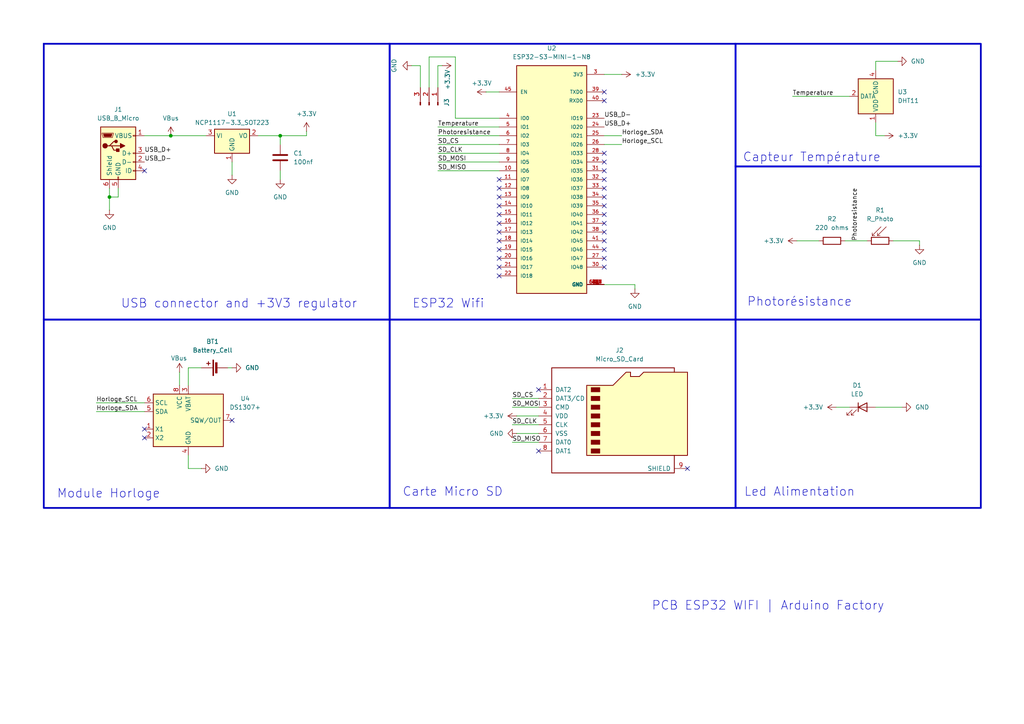
<source format=kicad_sch>
(kicad_sch
	(version 20231120)
	(generator "eeschema")
	(generator_version "8.0")
	(uuid "1bac8a9d-94b5-40e6-83a9-fb76b19d5c4b")
	(paper "A4")
	(lib_symbols
		(symbol "Connector:Conn_01x03_Pin"
			(pin_names
				(offset 1.016) hide)
			(exclude_from_sim no)
			(in_bom yes)
			(on_board yes)
			(property "Reference" "J"
				(at 0 5.08 0)
				(effects
					(font
						(size 1.27 1.27)
					)
				)
			)
			(property "Value" "Conn_01x03_Pin"
				(at 0 -5.08 0)
				(effects
					(font
						(size 1.27 1.27)
					)
				)
			)
			(property "Footprint" ""
				(at 0 0 0)
				(effects
					(font
						(size 1.27 1.27)
					)
					(hide yes)
				)
			)
			(property "Datasheet" "~"
				(at 0 0 0)
				(effects
					(font
						(size 1.27 1.27)
					)
					(hide yes)
				)
			)
			(property "Description" "Generic connector, single row, 01x03, script generated"
				(at 0 0 0)
				(effects
					(font
						(size 1.27 1.27)
					)
					(hide yes)
				)
			)
			(property "ki_locked" ""
				(at 0 0 0)
				(effects
					(font
						(size 1.27 1.27)
					)
				)
			)
			(property "ki_keywords" "connector"
				(at 0 0 0)
				(effects
					(font
						(size 1.27 1.27)
					)
					(hide yes)
				)
			)
			(property "ki_fp_filters" "Connector*:*_1x??_*"
				(at 0 0 0)
				(effects
					(font
						(size 1.27 1.27)
					)
					(hide yes)
				)
			)
			(symbol "Conn_01x03_Pin_1_1"
				(polyline
					(pts
						(xy 1.27 -2.54) (xy 0.8636 -2.54)
					)
					(stroke
						(width 0.1524)
						(type default)
					)
					(fill
						(type none)
					)
				)
				(polyline
					(pts
						(xy 1.27 0) (xy 0.8636 0)
					)
					(stroke
						(width 0.1524)
						(type default)
					)
					(fill
						(type none)
					)
				)
				(polyline
					(pts
						(xy 1.27 2.54) (xy 0.8636 2.54)
					)
					(stroke
						(width 0.1524)
						(type default)
					)
					(fill
						(type none)
					)
				)
				(rectangle
					(start 0.8636 -2.413)
					(end 0 -2.667)
					(stroke
						(width 0.1524)
						(type default)
					)
					(fill
						(type outline)
					)
				)
				(rectangle
					(start 0.8636 0.127)
					(end 0 -0.127)
					(stroke
						(width 0.1524)
						(type default)
					)
					(fill
						(type outline)
					)
				)
				(rectangle
					(start 0.8636 2.667)
					(end 0 2.413)
					(stroke
						(width 0.1524)
						(type default)
					)
					(fill
						(type outline)
					)
				)
				(pin passive line
					(at 5.08 2.54 180)
					(length 3.81)
					(name "Pin_1"
						(effects
							(font
								(size 1.27 1.27)
							)
						)
					)
					(number "1"
						(effects
							(font
								(size 1.27 1.27)
							)
						)
					)
				)
				(pin passive line
					(at 5.08 0 180)
					(length 3.81)
					(name "Pin_2"
						(effects
							(font
								(size 1.27 1.27)
							)
						)
					)
					(number "2"
						(effects
							(font
								(size 1.27 1.27)
							)
						)
					)
				)
				(pin passive line
					(at 5.08 -2.54 180)
					(length 3.81)
					(name "Pin_3"
						(effects
							(font
								(size 1.27 1.27)
							)
						)
					)
					(number "3"
						(effects
							(font
								(size 1.27 1.27)
							)
						)
					)
				)
			)
		)
		(symbol "Connector:Micro_SD_Card"
			(pin_names
				(offset 1.016)
			)
			(exclude_from_sim no)
			(in_bom yes)
			(on_board yes)
			(property "Reference" "J"
				(at -16.51 15.24 0)
				(effects
					(font
						(size 1.27 1.27)
					)
				)
			)
			(property "Value" "Micro_SD_Card"
				(at 16.51 15.24 0)
				(effects
					(font
						(size 1.27 1.27)
					)
					(justify right)
				)
			)
			(property "Footprint" ""
				(at 29.21 7.62 0)
				(effects
					(font
						(size 1.27 1.27)
					)
					(hide yes)
				)
			)
			(property "Datasheet" "http://katalog.we-online.de/em/datasheet/693072010801.pdf"
				(at 0 0 0)
				(effects
					(font
						(size 1.27 1.27)
					)
					(hide yes)
				)
			)
			(property "Description" "Micro SD Card Socket"
				(at 0 0 0)
				(effects
					(font
						(size 1.27 1.27)
					)
					(hide yes)
				)
			)
			(property "ki_keywords" "connector SD microsd"
				(at 0 0 0)
				(effects
					(font
						(size 1.27 1.27)
					)
					(hide yes)
				)
			)
			(property "ki_fp_filters" "microSD*"
				(at 0 0 0)
				(effects
					(font
						(size 1.27 1.27)
					)
					(hide yes)
				)
			)
			(symbol "Micro_SD_Card_0_1"
				(rectangle
					(start -7.62 -9.525)
					(end -5.08 -10.795)
					(stroke
						(width 0)
						(type default)
					)
					(fill
						(type outline)
					)
				)
				(rectangle
					(start -7.62 -6.985)
					(end -5.08 -8.255)
					(stroke
						(width 0)
						(type default)
					)
					(fill
						(type outline)
					)
				)
				(rectangle
					(start -7.62 -4.445)
					(end -5.08 -5.715)
					(stroke
						(width 0)
						(type default)
					)
					(fill
						(type outline)
					)
				)
				(rectangle
					(start -7.62 -1.905)
					(end -5.08 -3.175)
					(stroke
						(width 0)
						(type default)
					)
					(fill
						(type outline)
					)
				)
				(rectangle
					(start -7.62 0.635)
					(end -5.08 -0.635)
					(stroke
						(width 0)
						(type default)
					)
					(fill
						(type outline)
					)
				)
				(rectangle
					(start -7.62 3.175)
					(end -5.08 1.905)
					(stroke
						(width 0)
						(type default)
					)
					(fill
						(type outline)
					)
				)
				(rectangle
					(start -7.62 5.715)
					(end -5.08 4.445)
					(stroke
						(width 0)
						(type default)
					)
					(fill
						(type outline)
					)
				)
				(rectangle
					(start -7.62 8.255)
					(end -5.08 6.985)
					(stroke
						(width 0)
						(type default)
					)
					(fill
						(type outline)
					)
				)
				(polyline
					(pts
						(xy 16.51 12.7) (xy 16.51 13.97) (xy -19.05 13.97) (xy -19.05 -16.51) (xy 16.51 -16.51) (xy 16.51 -11.43)
					)
					(stroke
						(width 0.254)
						(type default)
					)
					(fill
						(type none)
					)
				)
				(polyline
					(pts
						(xy -8.89 -11.43) (xy -8.89 8.89) (xy -1.27 8.89) (xy 2.54 12.7) (xy 3.81 12.7) (xy 3.81 11.43)
						(xy 6.35 11.43) (xy 7.62 12.7) (xy 20.32 12.7) (xy 20.32 -11.43) (xy -8.89 -11.43)
					)
					(stroke
						(width 0.254)
						(type default)
					)
					(fill
						(type background)
					)
				)
			)
			(symbol "Micro_SD_Card_1_1"
				(pin bidirectional line
					(at -22.86 7.62 0)
					(length 3.81)
					(name "DAT2"
						(effects
							(font
								(size 1.27 1.27)
							)
						)
					)
					(number "1"
						(effects
							(font
								(size 1.27 1.27)
							)
						)
					)
				)
				(pin bidirectional line
					(at -22.86 5.08 0)
					(length 3.81)
					(name "DAT3/CD"
						(effects
							(font
								(size 1.27 1.27)
							)
						)
					)
					(number "2"
						(effects
							(font
								(size 1.27 1.27)
							)
						)
					)
				)
				(pin input line
					(at -22.86 2.54 0)
					(length 3.81)
					(name "CMD"
						(effects
							(font
								(size 1.27 1.27)
							)
						)
					)
					(number "3"
						(effects
							(font
								(size 1.27 1.27)
							)
						)
					)
				)
				(pin power_in line
					(at -22.86 0 0)
					(length 3.81)
					(name "VDD"
						(effects
							(font
								(size 1.27 1.27)
							)
						)
					)
					(number "4"
						(effects
							(font
								(size 1.27 1.27)
							)
						)
					)
				)
				(pin input line
					(at -22.86 -2.54 0)
					(length 3.81)
					(name "CLK"
						(effects
							(font
								(size 1.27 1.27)
							)
						)
					)
					(number "5"
						(effects
							(font
								(size 1.27 1.27)
							)
						)
					)
				)
				(pin power_in line
					(at -22.86 -5.08 0)
					(length 3.81)
					(name "VSS"
						(effects
							(font
								(size 1.27 1.27)
							)
						)
					)
					(number "6"
						(effects
							(font
								(size 1.27 1.27)
							)
						)
					)
				)
				(pin bidirectional line
					(at -22.86 -7.62 0)
					(length 3.81)
					(name "DAT0"
						(effects
							(font
								(size 1.27 1.27)
							)
						)
					)
					(number "7"
						(effects
							(font
								(size 1.27 1.27)
							)
						)
					)
				)
				(pin bidirectional line
					(at -22.86 -10.16 0)
					(length 3.81)
					(name "DAT1"
						(effects
							(font
								(size 1.27 1.27)
							)
						)
					)
					(number "8"
						(effects
							(font
								(size 1.27 1.27)
							)
						)
					)
				)
				(pin passive line
					(at 20.32 -15.24 180)
					(length 3.81)
					(name "SHIELD"
						(effects
							(font
								(size 1.27 1.27)
							)
						)
					)
					(number "9"
						(effects
							(font
								(size 1.27 1.27)
							)
						)
					)
				)
			)
		)
		(symbol "Connector:USB_B_Micro"
			(pin_names
				(offset 1.016)
			)
			(exclude_from_sim no)
			(in_bom yes)
			(on_board yes)
			(property "Reference" "J"
				(at -5.08 11.43 0)
				(effects
					(font
						(size 1.27 1.27)
					)
					(justify left)
				)
			)
			(property "Value" "USB_B_Micro"
				(at -5.08 8.89 0)
				(effects
					(font
						(size 1.27 1.27)
					)
					(justify left)
				)
			)
			(property "Footprint" ""
				(at 3.81 -1.27 0)
				(effects
					(font
						(size 1.27 1.27)
					)
					(hide yes)
				)
			)
			(property "Datasheet" "~"
				(at 3.81 -1.27 0)
				(effects
					(font
						(size 1.27 1.27)
					)
					(hide yes)
				)
			)
			(property "Description" "USB Micro Type B connector"
				(at 0 0 0)
				(effects
					(font
						(size 1.27 1.27)
					)
					(hide yes)
				)
			)
			(property "ki_keywords" "connector USB micro"
				(at 0 0 0)
				(effects
					(font
						(size 1.27 1.27)
					)
					(hide yes)
				)
			)
			(property "ki_fp_filters" "USB*"
				(at 0 0 0)
				(effects
					(font
						(size 1.27 1.27)
					)
					(hide yes)
				)
			)
			(symbol "USB_B_Micro_0_1"
				(rectangle
					(start -5.08 -7.62)
					(end 5.08 7.62)
					(stroke
						(width 0.254)
						(type default)
					)
					(fill
						(type background)
					)
				)
				(circle
					(center -3.81 2.159)
					(radius 0.635)
					(stroke
						(width 0.254)
						(type default)
					)
					(fill
						(type outline)
					)
				)
				(circle
					(center -0.635 3.429)
					(radius 0.381)
					(stroke
						(width 0.254)
						(type default)
					)
					(fill
						(type outline)
					)
				)
				(rectangle
					(start -0.127 -7.62)
					(end 0.127 -6.858)
					(stroke
						(width 0)
						(type default)
					)
					(fill
						(type none)
					)
				)
				(polyline
					(pts
						(xy -1.905 2.159) (xy 0.635 2.159)
					)
					(stroke
						(width 0.254)
						(type default)
					)
					(fill
						(type none)
					)
				)
				(polyline
					(pts
						(xy -3.175 2.159) (xy -2.54 2.159) (xy -1.27 3.429) (xy -0.635 3.429)
					)
					(stroke
						(width 0.254)
						(type default)
					)
					(fill
						(type none)
					)
				)
				(polyline
					(pts
						(xy -2.54 2.159) (xy -1.905 2.159) (xy -1.27 0.889) (xy 0 0.889)
					)
					(stroke
						(width 0.254)
						(type default)
					)
					(fill
						(type none)
					)
				)
				(polyline
					(pts
						(xy 0.635 2.794) (xy 0.635 1.524) (xy 1.905 2.159) (xy 0.635 2.794)
					)
					(stroke
						(width 0.254)
						(type default)
					)
					(fill
						(type outline)
					)
				)
				(polyline
					(pts
						(xy -4.318 5.588) (xy -1.778 5.588) (xy -2.032 4.826) (xy -4.064 4.826) (xy -4.318 5.588)
					)
					(stroke
						(width 0)
						(type default)
					)
					(fill
						(type outline)
					)
				)
				(polyline
					(pts
						(xy -4.699 5.842) (xy -4.699 5.588) (xy -4.445 4.826) (xy -4.445 4.572) (xy -1.651 4.572) (xy -1.651 4.826)
						(xy -1.397 5.588) (xy -1.397 5.842) (xy -4.699 5.842)
					)
					(stroke
						(width 0)
						(type default)
					)
					(fill
						(type none)
					)
				)
				(rectangle
					(start 0.254 1.27)
					(end -0.508 0.508)
					(stroke
						(width 0.254)
						(type default)
					)
					(fill
						(type outline)
					)
				)
				(rectangle
					(start 5.08 -5.207)
					(end 4.318 -4.953)
					(stroke
						(width 0)
						(type default)
					)
					(fill
						(type none)
					)
				)
				(rectangle
					(start 5.08 -2.667)
					(end 4.318 -2.413)
					(stroke
						(width 0)
						(type default)
					)
					(fill
						(type none)
					)
				)
				(rectangle
					(start 5.08 -0.127)
					(end 4.318 0.127)
					(stroke
						(width 0)
						(type default)
					)
					(fill
						(type none)
					)
				)
				(rectangle
					(start 5.08 4.953)
					(end 4.318 5.207)
					(stroke
						(width 0)
						(type default)
					)
					(fill
						(type none)
					)
				)
			)
			(symbol "USB_B_Micro_1_1"
				(pin power_out line
					(at 7.62 5.08 180)
					(length 2.54)
					(name "VBUS"
						(effects
							(font
								(size 1.27 1.27)
							)
						)
					)
					(number "1"
						(effects
							(font
								(size 1.27 1.27)
							)
						)
					)
				)
				(pin bidirectional line
					(at 7.62 -2.54 180)
					(length 2.54)
					(name "D-"
						(effects
							(font
								(size 1.27 1.27)
							)
						)
					)
					(number "2"
						(effects
							(font
								(size 1.27 1.27)
							)
						)
					)
				)
				(pin bidirectional line
					(at 7.62 0 180)
					(length 2.54)
					(name "D+"
						(effects
							(font
								(size 1.27 1.27)
							)
						)
					)
					(number "3"
						(effects
							(font
								(size 1.27 1.27)
							)
						)
					)
				)
				(pin passive line
					(at 7.62 -5.08 180)
					(length 2.54)
					(name "ID"
						(effects
							(font
								(size 1.27 1.27)
							)
						)
					)
					(number "4"
						(effects
							(font
								(size 1.27 1.27)
							)
						)
					)
				)
				(pin power_out line
					(at 0 -10.16 90)
					(length 2.54)
					(name "GND"
						(effects
							(font
								(size 1.27 1.27)
							)
						)
					)
					(number "5"
						(effects
							(font
								(size 1.27 1.27)
							)
						)
					)
				)
				(pin passive line
					(at -2.54 -10.16 90)
					(length 2.54)
					(name "Shield"
						(effects
							(font
								(size 1.27 1.27)
							)
						)
					)
					(number "6"
						(effects
							(font
								(size 1.27 1.27)
							)
						)
					)
				)
			)
		)
		(symbol "Device:Battery_Cell"
			(pin_numbers hide)
			(pin_names
				(offset 0) hide)
			(exclude_from_sim no)
			(in_bom yes)
			(on_board yes)
			(property "Reference" "BT"
				(at 2.54 2.54 0)
				(effects
					(font
						(size 1.27 1.27)
					)
					(justify left)
				)
			)
			(property "Value" "Battery_Cell"
				(at 2.54 0 0)
				(effects
					(font
						(size 1.27 1.27)
					)
					(justify left)
				)
			)
			(property "Footprint" ""
				(at 0 1.524 90)
				(effects
					(font
						(size 1.27 1.27)
					)
					(hide yes)
				)
			)
			(property "Datasheet" "~"
				(at 0 1.524 90)
				(effects
					(font
						(size 1.27 1.27)
					)
					(hide yes)
				)
			)
			(property "Description" "Single-cell battery"
				(at 0 0 0)
				(effects
					(font
						(size 1.27 1.27)
					)
					(hide yes)
				)
			)
			(property "ki_keywords" "battery cell"
				(at 0 0 0)
				(effects
					(font
						(size 1.27 1.27)
					)
					(hide yes)
				)
			)
			(symbol "Battery_Cell_0_1"
				(rectangle
					(start -2.286 1.778)
					(end 2.286 1.524)
					(stroke
						(width 0)
						(type default)
					)
					(fill
						(type outline)
					)
				)
				(rectangle
					(start -1.524 1.016)
					(end 1.524 0.508)
					(stroke
						(width 0)
						(type default)
					)
					(fill
						(type outline)
					)
				)
				(polyline
					(pts
						(xy 0 0.762) (xy 0 0)
					)
					(stroke
						(width 0)
						(type default)
					)
					(fill
						(type none)
					)
				)
				(polyline
					(pts
						(xy 0 1.778) (xy 0 2.54)
					)
					(stroke
						(width 0)
						(type default)
					)
					(fill
						(type none)
					)
				)
				(polyline
					(pts
						(xy 0.762 3.048) (xy 1.778 3.048)
					)
					(stroke
						(width 0.254)
						(type default)
					)
					(fill
						(type none)
					)
				)
				(polyline
					(pts
						(xy 1.27 3.556) (xy 1.27 2.54)
					)
					(stroke
						(width 0.254)
						(type default)
					)
					(fill
						(type none)
					)
				)
			)
			(symbol "Battery_Cell_1_1"
				(pin passive line
					(at 0 5.08 270)
					(length 2.54)
					(name "+"
						(effects
							(font
								(size 1.27 1.27)
							)
						)
					)
					(number "1"
						(effects
							(font
								(size 1.27 1.27)
							)
						)
					)
				)
				(pin passive line
					(at 0 -2.54 90)
					(length 2.54)
					(name "-"
						(effects
							(font
								(size 1.27 1.27)
							)
						)
					)
					(number "2"
						(effects
							(font
								(size 1.27 1.27)
							)
						)
					)
				)
			)
		)
		(symbol "Device:C"
			(pin_numbers hide)
			(pin_names
				(offset 0.254)
			)
			(exclude_from_sim no)
			(in_bom yes)
			(on_board yes)
			(property "Reference" "C"
				(at 0.635 2.54 0)
				(effects
					(font
						(size 1.27 1.27)
					)
					(justify left)
				)
			)
			(property "Value" "C"
				(at 0.635 -2.54 0)
				(effects
					(font
						(size 1.27 1.27)
					)
					(justify left)
				)
			)
			(property "Footprint" ""
				(at 0.9652 -3.81 0)
				(effects
					(font
						(size 1.27 1.27)
					)
					(hide yes)
				)
			)
			(property "Datasheet" "~"
				(at 0 0 0)
				(effects
					(font
						(size 1.27 1.27)
					)
					(hide yes)
				)
			)
			(property "Description" "Unpolarized capacitor"
				(at 0 0 0)
				(effects
					(font
						(size 1.27 1.27)
					)
					(hide yes)
				)
			)
			(property "ki_keywords" "cap capacitor"
				(at 0 0 0)
				(effects
					(font
						(size 1.27 1.27)
					)
					(hide yes)
				)
			)
			(property "ki_fp_filters" "C_*"
				(at 0 0 0)
				(effects
					(font
						(size 1.27 1.27)
					)
					(hide yes)
				)
			)
			(symbol "C_0_1"
				(polyline
					(pts
						(xy -2.032 -0.762) (xy 2.032 -0.762)
					)
					(stroke
						(width 0.508)
						(type default)
					)
					(fill
						(type none)
					)
				)
				(polyline
					(pts
						(xy -2.032 0.762) (xy 2.032 0.762)
					)
					(stroke
						(width 0.508)
						(type default)
					)
					(fill
						(type none)
					)
				)
			)
			(symbol "C_1_1"
				(pin passive line
					(at 0 3.81 270)
					(length 2.794)
					(name "~"
						(effects
							(font
								(size 1.27 1.27)
							)
						)
					)
					(number "1"
						(effects
							(font
								(size 1.27 1.27)
							)
						)
					)
				)
				(pin passive line
					(at 0 -3.81 90)
					(length 2.794)
					(name "~"
						(effects
							(font
								(size 1.27 1.27)
							)
						)
					)
					(number "2"
						(effects
							(font
								(size 1.27 1.27)
							)
						)
					)
				)
			)
		)
		(symbol "Device:LED"
			(pin_numbers hide)
			(pin_names
				(offset 1.016) hide)
			(exclude_from_sim no)
			(in_bom yes)
			(on_board yes)
			(property "Reference" "D"
				(at 0 2.54 0)
				(effects
					(font
						(size 1.27 1.27)
					)
				)
			)
			(property "Value" "LED"
				(at 0 -2.54 0)
				(effects
					(font
						(size 1.27 1.27)
					)
				)
			)
			(property "Footprint" ""
				(at 0 0 0)
				(effects
					(font
						(size 1.27 1.27)
					)
					(hide yes)
				)
			)
			(property "Datasheet" "~"
				(at 0 0 0)
				(effects
					(font
						(size 1.27 1.27)
					)
					(hide yes)
				)
			)
			(property "Description" "Light emitting diode"
				(at 0 0 0)
				(effects
					(font
						(size 1.27 1.27)
					)
					(hide yes)
				)
			)
			(property "ki_keywords" "LED diode"
				(at 0 0 0)
				(effects
					(font
						(size 1.27 1.27)
					)
					(hide yes)
				)
			)
			(property "ki_fp_filters" "LED* LED_SMD:* LED_THT:*"
				(at 0 0 0)
				(effects
					(font
						(size 1.27 1.27)
					)
					(hide yes)
				)
			)
			(symbol "LED_0_1"
				(polyline
					(pts
						(xy -1.27 -1.27) (xy -1.27 1.27)
					)
					(stroke
						(width 0.254)
						(type default)
					)
					(fill
						(type none)
					)
				)
				(polyline
					(pts
						(xy -1.27 0) (xy 1.27 0)
					)
					(stroke
						(width 0)
						(type default)
					)
					(fill
						(type none)
					)
				)
				(polyline
					(pts
						(xy 1.27 -1.27) (xy 1.27 1.27) (xy -1.27 0) (xy 1.27 -1.27)
					)
					(stroke
						(width 0.254)
						(type default)
					)
					(fill
						(type none)
					)
				)
				(polyline
					(pts
						(xy -3.048 -0.762) (xy -4.572 -2.286) (xy -3.81 -2.286) (xy -4.572 -2.286) (xy -4.572 -1.524)
					)
					(stroke
						(width 0)
						(type default)
					)
					(fill
						(type none)
					)
				)
				(polyline
					(pts
						(xy -1.778 -0.762) (xy -3.302 -2.286) (xy -2.54 -2.286) (xy -3.302 -2.286) (xy -3.302 -1.524)
					)
					(stroke
						(width 0)
						(type default)
					)
					(fill
						(type none)
					)
				)
			)
			(symbol "LED_1_1"
				(pin passive line
					(at -3.81 0 0)
					(length 2.54)
					(name "K"
						(effects
							(font
								(size 1.27 1.27)
							)
						)
					)
					(number "1"
						(effects
							(font
								(size 1.27 1.27)
							)
						)
					)
				)
				(pin passive line
					(at 3.81 0 180)
					(length 2.54)
					(name "A"
						(effects
							(font
								(size 1.27 1.27)
							)
						)
					)
					(number "2"
						(effects
							(font
								(size 1.27 1.27)
							)
						)
					)
				)
			)
		)
		(symbol "Device:R"
			(pin_numbers hide)
			(pin_names
				(offset 0)
			)
			(exclude_from_sim no)
			(in_bom yes)
			(on_board yes)
			(property "Reference" "R"
				(at 2.032 0 90)
				(effects
					(font
						(size 1.27 1.27)
					)
				)
			)
			(property "Value" "R"
				(at 0 0 90)
				(effects
					(font
						(size 1.27 1.27)
					)
				)
			)
			(property "Footprint" ""
				(at -1.778 0 90)
				(effects
					(font
						(size 1.27 1.27)
					)
					(hide yes)
				)
			)
			(property "Datasheet" "~"
				(at 0 0 0)
				(effects
					(font
						(size 1.27 1.27)
					)
					(hide yes)
				)
			)
			(property "Description" "Resistor"
				(at 0 0 0)
				(effects
					(font
						(size 1.27 1.27)
					)
					(hide yes)
				)
			)
			(property "ki_keywords" "R res resistor"
				(at 0 0 0)
				(effects
					(font
						(size 1.27 1.27)
					)
					(hide yes)
				)
			)
			(property "ki_fp_filters" "R_*"
				(at 0 0 0)
				(effects
					(font
						(size 1.27 1.27)
					)
					(hide yes)
				)
			)
			(symbol "R_0_1"
				(rectangle
					(start -1.016 -2.54)
					(end 1.016 2.54)
					(stroke
						(width 0.254)
						(type default)
					)
					(fill
						(type none)
					)
				)
			)
			(symbol "R_1_1"
				(pin passive line
					(at 0 3.81 270)
					(length 1.27)
					(name "~"
						(effects
							(font
								(size 1.27 1.27)
							)
						)
					)
					(number "1"
						(effects
							(font
								(size 1.27 1.27)
							)
						)
					)
				)
				(pin passive line
					(at 0 -3.81 90)
					(length 1.27)
					(name "~"
						(effects
							(font
								(size 1.27 1.27)
							)
						)
					)
					(number "2"
						(effects
							(font
								(size 1.27 1.27)
							)
						)
					)
				)
			)
		)
		(symbol "Device:R_Photo"
			(pin_numbers hide)
			(pin_names
				(offset 0)
			)
			(exclude_from_sim no)
			(in_bom yes)
			(on_board yes)
			(property "Reference" "R"
				(at 1.27 1.27 0)
				(effects
					(font
						(size 1.27 1.27)
					)
					(justify left)
				)
			)
			(property "Value" "R_Photo"
				(at 1.27 0 0)
				(effects
					(font
						(size 1.27 1.27)
					)
					(justify left top)
				)
			)
			(property "Footprint" ""
				(at 1.27 -6.35 90)
				(effects
					(font
						(size 1.27 1.27)
					)
					(justify left)
					(hide yes)
				)
			)
			(property "Datasheet" "~"
				(at 0 -1.27 0)
				(effects
					(font
						(size 1.27 1.27)
					)
					(hide yes)
				)
			)
			(property "Description" "Photoresistor"
				(at 0 0 0)
				(effects
					(font
						(size 1.27 1.27)
					)
					(hide yes)
				)
			)
			(property "ki_keywords" "resistor variable light sensitive opto LDR"
				(at 0 0 0)
				(effects
					(font
						(size 1.27 1.27)
					)
					(hide yes)
				)
			)
			(property "ki_fp_filters" "*LDR* R?LDR*"
				(at 0 0 0)
				(effects
					(font
						(size 1.27 1.27)
					)
					(hide yes)
				)
			)
			(symbol "R_Photo_0_1"
				(rectangle
					(start -1.016 2.54)
					(end 1.016 -2.54)
					(stroke
						(width 0.254)
						(type default)
					)
					(fill
						(type none)
					)
				)
				(polyline
					(pts
						(xy -1.524 -2.286) (xy -4.064 0.254)
					)
					(stroke
						(width 0)
						(type default)
					)
					(fill
						(type none)
					)
				)
				(polyline
					(pts
						(xy -1.524 -2.286) (xy -2.286 -2.286)
					)
					(stroke
						(width 0)
						(type default)
					)
					(fill
						(type none)
					)
				)
				(polyline
					(pts
						(xy -1.524 -2.286) (xy -1.524 -1.524)
					)
					(stroke
						(width 0)
						(type default)
					)
					(fill
						(type none)
					)
				)
				(polyline
					(pts
						(xy -1.524 -0.762) (xy -4.064 1.778)
					)
					(stroke
						(width 0)
						(type default)
					)
					(fill
						(type none)
					)
				)
				(polyline
					(pts
						(xy -1.524 -0.762) (xy -2.286 -0.762)
					)
					(stroke
						(width 0)
						(type default)
					)
					(fill
						(type none)
					)
				)
				(polyline
					(pts
						(xy -1.524 -0.762) (xy -1.524 0)
					)
					(stroke
						(width 0)
						(type default)
					)
					(fill
						(type none)
					)
				)
			)
			(symbol "R_Photo_1_1"
				(pin passive line
					(at 0 3.81 270)
					(length 1.27)
					(name "~"
						(effects
							(font
								(size 1.27 1.27)
							)
						)
					)
					(number "1"
						(effects
							(font
								(size 1.27 1.27)
							)
						)
					)
				)
				(pin passive line
					(at 0 -3.81 90)
					(length 1.27)
					(name "~"
						(effects
							(font
								(size 1.27 1.27)
							)
						)
					)
					(number "2"
						(effects
							(font
								(size 1.27 1.27)
							)
						)
					)
				)
			)
		)
		(symbol "ESP32-S3-MINI-1-N8:ESP32-S3-MINI-1-N8"
			(pin_names
				(offset 1.016)
			)
			(exclude_from_sim no)
			(in_bom yes)
			(on_board yes)
			(property "Reference" "U"
				(at -10.16 34.29 0)
				(effects
					(font
						(size 1.27 1.27)
					)
					(justify left bottom)
				)
			)
			(property "Value" "ESP32-S3-MINI-1-N8"
				(at -10.16 -35.56 0)
				(effects
					(font
						(size 1.27 1.27)
					)
					(justify left bottom)
				)
			)
			(property "Footprint" "ESP32-S3-MINI-1-N8:XCVR_ESP32-S3-MINI-1-N8"
				(at 0 0 0)
				(effects
					(font
						(size 1.27 1.27)
					)
					(justify bottom)
					(hide yes)
				)
			)
			(property "Datasheet" ""
				(at 0 0 0)
				(effects
					(font
						(size 1.27 1.27)
					)
					(hide yes)
				)
			)
			(property "Description" ""
				(at 0 0 0)
				(effects
					(font
						(size 1.27 1.27)
					)
					(hide yes)
				)
			)
			(property "MF" "Espressif Systems"
				(at 0 0 0)
				(effects
					(font
						(size 1.27 1.27)
					)
					(justify bottom)
					(hide yes)
				)
			)
			(property "MAXIMUM_PACKAGE_HEIGHT" "2.55mm"
				(at 0 0 0)
				(effects
					(font
						(size 1.27 1.27)
					)
					(justify bottom)
					(hide yes)
				)
			)
			(property "Package" "None"
				(at 0 0 0)
				(effects
					(font
						(size 1.27 1.27)
					)
					(justify bottom)
					(hide yes)
				)
			)
			(property "Price" "None"
				(at 0 0 0)
				(effects
					(font
						(size 1.27 1.27)
					)
					(justify bottom)
					(hide yes)
				)
			)
			(property "Check_prices" "https://www.snapeda.com/parts/ESP32-S3-MINI-1-N8/Espressif+Systems/view-part/?ref=eda"
				(at 0 0 0)
				(effects
					(font
						(size 1.27 1.27)
					)
					(justify bottom)
					(hide yes)
				)
			)
			(property "STANDARD" "Manufacturer Recommendations"
				(at 0 0 0)
				(effects
					(font
						(size 1.27 1.27)
					)
					(justify bottom)
					(hide yes)
				)
			)
			(property "PARTREV" "v0.6"
				(at 0 0 0)
				(effects
					(font
						(size 1.27 1.27)
					)
					(justify bottom)
					(hide yes)
				)
			)
			(property "SnapEDA_Link" "https://www.snapeda.com/parts/ESP32-S3-MINI-1-N8/Espressif+Systems/view-part/?ref=snap"
				(at 0 0 0)
				(effects
					(font
						(size 1.27 1.27)
					)
					(justify bottom)
					(hide yes)
				)
			)
			(property "MP" "ESP32-S3-MINI-1-N8"
				(at 0 0 0)
				(effects
					(font
						(size 1.27 1.27)
					)
					(justify bottom)
					(hide yes)
				)
			)
			(property "Description_1" "\n                        \n                            Bluetooth, WiFi 802.11b/g/n, Bluetooth v5.0 Transceiver Module 2.4GHz PCB Trace Surface Mount\n                        \n"
				(at 0 0 0)
				(effects
					(font
						(size 1.27 1.27)
					)
					(justify bottom)
					(hide yes)
				)
			)
			(property "Availability" "In Stock"
				(at 0 0 0)
				(effects
					(font
						(size 1.27 1.27)
					)
					(justify bottom)
					(hide yes)
				)
			)
			(property "MANUFACTURER" "Espressif"
				(at 0 0 0)
				(effects
					(font
						(size 1.27 1.27)
					)
					(justify bottom)
					(hide yes)
				)
			)
			(symbol "ESP32-S3-MINI-1-N8_0_0"
				(rectangle
					(start -10.16 -33.02)
					(end 10.16 33.02)
					(stroke
						(width 0.254)
						(type default)
					)
					(fill
						(type background)
					)
				)
				(pin power_in line
					(at 15.24 -30.48 180)
					(length 5.08)
					(name "GND"
						(effects
							(font
								(size 1.016 1.016)
							)
						)
					)
					(number "1"
						(effects
							(font
								(size 1.016 1.016)
							)
						)
					)
				)
				(pin bidirectional line
					(at -15.24 2.54 0)
					(length 5.08)
					(name "IO6"
						(effects
							(font
								(size 1.016 1.016)
							)
						)
					)
					(number "10"
						(effects
							(font
								(size 1.016 1.016)
							)
						)
					)
				)
				(pin bidirectional line
					(at -15.24 0 0)
					(length 5.08)
					(name "IO7"
						(effects
							(font
								(size 1.016 1.016)
							)
						)
					)
					(number "11"
						(effects
							(font
								(size 1.016 1.016)
							)
						)
					)
				)
				(pin bidirectional line
					(at -15.24 -2.54 0)
					(length 5.08)
					(name "IO8"
						(effects
							(font
								(size 1.016 1.016)
							)
						)
					)
					(number "12"
						(effects
							(font
								(size 1.016 1.016)
							)
						)
					)
				)
				(pin bidirectional line
					(at -15.24 -5.08 0)
					(length 5.08)
					(name "IO9"
						(effects
							(font
								(size 1.016 1.016)
							)
						)
					)
					(number "13"
						(effects
							(font
								(size 1.016 1.016)
							)
						)
					)
				)
				(pin bidirectional line
					(at -15.24 -7.62 0)
					(length 5.08)
					(name "IO10"
						(effects
							(font
								(size 1.016 1.016)
							)
						)
					)
					(number "14"
						(effects
							(font
								(size 1.016 1.016)
							)
						)
					)
				)
				(pin bidirectional line
					(at -15.24 -10.16 0)
					(length 5.08)
					(name "IO11"
						(effects
							(font
								(size 1.016 1.016)
							)
						)
					)
					(number "15"
						(effects
							(font
								(size 1.016 1.016)
							)
						)
					)
				)
				(pin bidirectional line
					(at -15.24 -12.7 0)
					(length 5.08)
					(name "IO12"
						(effects
							(font
								(size 1.016 1.016)
							)
						)
					)
					(number "16"
						(effects
							(font
								(size 1.016 1.016)
							)
						)
					)
				)
				(pin bidirectional line
					(at -15.24 -15.24 0)
					(length 5.08)
					(name "IO13"
						(effects
							(font
								(size 1.016 1.016)
							)
						)
					)
					(number "17"
						(effects
							(font
								(size 1.016 1.016)
							)
						)
					)
				)
				(pin bidirectional line
					(at -15.24 -17.78 0)
					(length 5.08)
					(name "IO14"
						(effects
							(font
								(size 1.016 1.016)
							)
						)
					)
					(number "18"
						(effects
							(font
								(size 1.016 1.016)
							)
						)
					)
				)
				(pin bidirectional line
					(at -15.24 -20.32 0)
					(length 5.08)
					(name "IO15"
						(effects
							(font
								(size 1.016 1.016)
							)
						)
					)
					(number "19"
						(effects
							(font
								(size 1.016 1.016)
							)
						)
					)
				)
				(pin power_in line
					(at 15.24 -30.48 180)
					(length 5.08)
					(name "GND"
						(effects
							(font
								(size 1.016 1.016)
							)
						)
					)
					(number "2"
						(effects
							(font
								(size 1.016 1.016)
							)
						)
					)
				)
				(pin bidirectional line
					(at -15.24 -22.86 0)
					(length 5.08)
					(name "IO16"
						(effects
							(font
								(size 1.016 1.016)
							)
						)
					)
					(number "20"
						(effects
							(font
								(size 1.016 1.016)
							)
						)
					)
				)
				(pin bidirectional line
					(at -15.24 -25.4 0)
					(length 5.08)
					(name "IO17"
						(effects
							(font
								(size 1.016 1.016)
							)
						)
					)
					(number "21"
						(effects
							(font
								(size 1.016 1.016)
							)
						)
					)
				)
				(pin bidirectional line
					(at -15.24 -27.94 0)
					(length 5.08)
					(name "IO18"
						(effects
							(font
								(size 1.016 1.016)
							)
						)
					)
					(number "22"
						(effects
							(font
								(size 1.016 1.016)
							)
						)
					)
				)
				(pin bidirectional line
					(at 15.24 17.78 180)
					(length 5.08)
					(name "IO19"
						(effects
							(font
								(size 1.016 1.016)
							)
						)
					)
					(number "23"
						(effects
							(font
								(size 1.016 1.016)
							)
						)
					)
				)
				(pin bidirectional line
					(at 15.24 15.24 180)
					(length 5.08)
					(name "IO20"
						(effects
							(font
								(size 1.016 1.016)
							)
						)
					)
					(number "24"
						(effects
							(font
								(size 1.016 1.016)
							)
						)
					)
				)
				(pin bidirectional line
					(at 15.24 12.7 180)
					(length 5.08)
					(name "IO21"
						(effects
							(font
								(size 1.016 1.016)
							)
						)
					)
					(number "25"
						(effects
							(font
								(size 1.016 1.016)
							)
						)
					)
				)
				(pin bidirectional line
					(at 15.24 10.16 180)
					(length 5.08)
					(name "IO26"
						(effects
							(font
								(size 1.016 1.016)
							)
						)
					)
					(number "26"
						(effects
							(font
								(size 1.016 1.016)
							)
						)
					)
				)
				(pin bidirectional line
					(at 15.24 -22.86 180)
					(length 5.08)
					(name "IO47"
						(effects
							(font
								(size 1.016 1.016)
							)
						)
					)
					(number "27"
						(effects
							(font
								(size 1.016 1.016)
							)
						)
					)
				)
				(pin bidirectional line
					(at 15.24 7.62 180)
					(length 5.08)
					(name "IO33"
						(effects
							(font
								(size 1.016 1.016)
							)
						)
					)
					(number "28"
						(effects
							(font
								(size 1.016 1.016)
							)
						)
					)
				)
				(pin bidirectional line
					(at 15.24 5.08 180)
					(length 5.08)
					(name "IO34"
						(effects
							(font
								(size 1.016 1.016)
							)
						)
					)
					(number "29"
						(effects
							(font
								(size 1.016 1.016)
							)
						)
					)
				)
				(pin power_in line
					(at 15.24 30.48 180)
					(length 5.08)
					(name "3V3"
						(effects
							(font
								(size 1.016 1.016)
							)
						)
					)
					(number "3"
						(effects
							(font
								(size 1.016 1.016)
							)
						)
					)
				)
				(pin bidirectional line
					(at 15.24 -25.4 180)
					(length 5.08)
					(name "IO48"
						(effects
							(font
								(size 1.016 1.016)
							)
						)
					)
					(number "30"
						(effects
							(font
								(size 1.016 1.016)
							)
						)
					)
				)
				(pin bidirectional line
					(at 15.24 2.54 180)
					(length 5.08)
					(name "IO35"
						(effects
							(font
								(size 1.016 1.016)
							)
						)
					)
					(number "31"
						(effects
							(font
								(size 1.016 1.016)
							)
						)
					)
				)
				(pin bidirectional line
					(at 15.24 0 180)
					(length 5.08)
					(name "IO36"
						(effects
							(font
								(size 1.016 1.016)
							)
						)
					)
					(number "32"
						(effects
							(font
								(size 1.016 1.016)
							)
						)
					)
				)
				(pin bidirectional line
					(at 15.24 -2.54 180)
					(length 5.08)
					(name "IO37"
						(effects
							(font
								(size 1.016 1.016)
							)
						)
					)
					(number "33"
						(effects
							(font
								(size 1.016 1.016)
							)
						)
					)
				)
				(pin bidirectional line
					(at 15.24 -5.08 180)
					(length 5.08)
					(name "IO38"
						(effects
							(font
								(size 1.016 1.016)
							)
						)
					)
					(number "34"
						(effects
							(font
								(size 1.016 1.016)
							)
						)
					)
				)
				(pin bidirectional line
					(at 15.24 -7.62 180)
					(length 5.08)
					(name "IO39"
						(effects
							(font
								(size 1.016 1.016)
							)
						)
					)
					(number "35"
						(effects
							(font
								(size 1.016 1.016)
							)
						)
					)
				)
				(pin bidirectional line
					(at 15.24 -10.16 180)
					(length 5.08)
					(name "IO40"
						(effects
							(font
								(size 1.016 1.016)
							)
						)
					)
					(number "36"
						(effects
							(font
								(size 1.016 1.016)
							)
						)
					)
				)
				(pin bidirectional line
					(at 15.24 -12.7 180)
					(length 5.08)
					(name "IO41"
						(effects
							(font
								(size 1.016 1.016)
							)
						)
					)
					(number "37"
						(effects
							(font
								(size 1.016 1.016)
							)
						)
					)
				)
				(pin bidirectional line
					(at 15.24 -15.24 180)
					(length 5.08)
					(name "IO42"
						(effects
							(font
								(size 1.016 1.016)
							)
						)
					)
					(number "38"
						(effects
							(font
								(size 1.016 1.016)
							)
						)
					)
				)
				(pin bidirectional line
					(at 15.24 25.4 180)
					(length 5.08)
					(name "TXD0"
						(effects
							(font
								(size 1.016 1.016)
							)
						)
					)
					(number "39"
						(effects
							(font
								(size 1.016 1.016)
							)
						)
					)
				)
				(pin bidirectional line
					(at -15.24 17.78 0)
					(length 5.08)
					(name "IO0"
						(effects
							(font
								(size 1.016 1.016)
							)
						)
					)
					(number "4"
						(effects
							(font
								(size 1.016 1.016)
							)
						)
					)
				)
				(pin bidirectional line
					(at 15.24 22.86 180)
					(length 5.08)
					(name "RXD0"
						(effects
							(font
								(size 1.016 1.016)
							)
						)
					)
					(number "40"
						(effects
							(font
								(size 1.016 1.016)
							)
						)
					)
				)
				(pin bidirectional line
					(at 15.24 -17.78 180)
					(length 5.08)
					(name "IO45"
						(effects
							(font
								(size 1.016 1.016)
							)
						)
					)
					(number "41"
						(effects
							(font
								(size 1.016 1.016)
							)
						)
					)
				)
				(pin power_in line
					(at 15.24 -30.48 180)
					(length 5.08)
					(name "GND"
						(effects
							(font
								(size 1.016 1.016)
							)
						)
					)
					(number "42"
						(effects
							(font
								(size 1.016 1.016)
							)
						)
					)
				)
				(pin power_in line
					(at 15.24 -30.48 180)
					(length 5.08)
					(name "GND"
						(effects
							(font
								(size 1.016 1.016)
							)
						)
					)
					(number "43"
						(effects
							(font
								(size 1.016 1.016)
							)
						)
					)
				)
				(pin bidirectional line
					(at 15.24 -20.32 180)
					(length 5.08)
					(name "IO46"
						(effects
							(font
								(size 1.016 1.016)
							)
						)
					)
					(number "44"
						(effects
							(font
								(size 1.016 1.016)
							)
						)
					)
				)
				(pin input line
					(at -15.24 25.4 0)
					(length 5.08)
					(name "EN"
						(effects
							(font
								(size 1.016 1.016)
							)
						)
					)
					(number "45"
						(effects
							(font
								(size 1.016 1.016)
							)
						)
					)
				)
				(pin power_in line
					(at 15.24 -30.48 180)
					(length 5.08)
					(name "GND"
						(effects
							(font
								(size 1.016 1.016)
							)
						)
					)
					(number "46"
						(effects
							(font
								(size 1.016 1.016)
							)
						)
					)
				)
				(pin power_in line
					(at 15.24 -30.48 180)
					(length 5.08)
					(name "GND"
						(effects
							(font
								(size 1.016 1.016)
							)
						)
					)
					(number "47"
						(effects
							(font
								(size 1.016 1.016)
							)
						)
					)
				)
				(pin power_in line
					(at 15.24 -30.48 180)
					(length 5.08)
					(name "GND"
						(effects
							(font
								(size 1.016 1.016)
							)
						)
					)
					(number "48"
						(effects
							(font
								(size 1.016 1.016)
							)
						)
					)
				)
				(pin power_in line
					(at 15.24 -30.48 180)
					(length 5.08)
					(name "GND"
						(effects
							(font
								(size 1.016 1.016)
							)
						)
					)
					(number "49"
						(effects
							(font
								(size 1.016 1.016)
							)
						)
					)
				)
				(pin bidirectional line
					(at -15.24 15.24 0)
					(length 5.08)
					(name "IO1"
						(effects
							(font
								(size 1.016 1.016)
							)
						)
					)
					(number "5"
						(effects
							(font
								(size 1.016 1.016)
							)
						)
					)
				)
				(pin power_in line
					(at 15.24 -30.48 180)
					(length 5.08)
					(name "GND"
						(effects
							(font
								(size 1.016 1.016)
							)
						)
					)
					(number "50"
						(effects
							(font
								(size 1.016 1.016)
							)
						)
					)
				)
				(pin power_in line
					(at 15.24 -30.48 180)
					(length 5.08)
					(name "GND"
						(effects
							(font
								(size 1.016 1.016)
							)
						)
					)
					(number "51"
						(effects
							(font
								(size 1.016 1.016)
							)
						)
					)
				)
				(pin power_in line
					(at 15.24 -30.48 180)
					(length 5.08)
					(name "GND"
						(effects
							(font
								(size 1.016 1.016)
							)
						)
					)
					(number "52"
						(effects
							(font
								(size 1.016 1.016)
							)
						)
					)
				)
				(pin power_in line
					(at 15.24 -30.48 180)
					(length 5.08)
					(name "GND"
						(effects
							(font
								(size 1.016 1.016)
							)
						)
					)
					(number "53"
						(effects
							(font
								(size 1.016 1.016)
							)
						)
					)
				)
				(pin power_in line
					(at 15.24 -30.48 180)
					(length 5.08)
					(name "GND"
						(effects
							(font
								(size 1.016 1.016)
							)
						)
					)
					(number "54"
						(effects
							(font
								(size 1.016 1.016)
							)
						)
					)
				)
				(pin power_in line
					(at 15.24 -30.48 180)
					(length 5.08)
					(name "GND"
						(effects
							(font
								(size 1.016 1.016)
							)
						)
					)
					(number "55"
						(effects
							(font
								(size 1.016 1.016)
							)
						)
					)
				)
				(pin power_in line
					(at 15.24 -30.48 180)
					(length 5.08)
					(name "GND"
						(effects
							(font
								(size 1.016 1.016)
							)
						)
					)
					(number "56"
						(effects
							(font
								(size 1.016 1.016)
							)
						)
					)
				)
				(pin power_in line
					(at 15.24 -30.48 180)
					(length 5.08)
					(name "GND"
						(effects
							(font
								(size 1.016 1.016)
							)
						)
					)
					(number "57"
						(effects
							(font
								(size 1.016 1.016)
							)
						)
					)
				)
				(pin power_in line
					(at 15.24 -30.48 180)
					(length 5.08)
					(name "GND"
						(effects
							(font
								(size 1.016 1.016)
							)
						)
					)
					(number "58"
						(effects
							(font
								(size 1.016 1.016)
							)
						)
					)
				)
				(pin power_in line
					(at 15.24 -30.48 180)
					(length 5.08)
					(name "GND"
						(effects
							(font
								(size 1.016 1.016)
							)
						)
					)
					(number "59"
						(effects
							(font
								(size 1.016 1.016)
							)
						)
					)
				)
				(pin bidirectional line
					(at -15.24 12.7 0)
					(length 5.08)
					(name "IO2"
						(effects
							(font
								(size 1.016 1.016)
							)
						)
					)
					(number "6"
						(effects
							(font
								(size 1.016 1.016)
							)
						)
					)
				)
				(pin power_in line
					(at 15.24 -30.48 180)
					(length 5.08)
					(name "GND"
						(effects
							(font
								(size 1.016 1.016)
							)
						)
					)
					(number "60"
						(effects
							(font
								(size 1.016 1.016)
							)
						)
					)
				)
				(pin power_in line
					(at 15.24 -30.48 180)
					(length 5.08)
					(name "GND"
						(effects
							(font
								(size 1.016 1.016)
							)
						)
					)
					(number "61"
						(effects
							(font
								(size 1.016 1.016)
							)
						)
					)
				)
				(pin power_in line
					(at 15.24 -30.48 180)
					(length 5.08)
					(name "GND"
						(effects
							(font
								(size 1.016 1.016)
							)
						)
					)
					(number "61_1"
						(effects
							(font
								(size 1.016 1.016)
							)
						)
					)
				)
				(pin power_in line
					(at 15.24 -30.48 180)
					(length 5.08)
					(name "GND"
						(effects
							(font
								(size 1.016 1.016)
							)
						)
					)
					(number "61_2"
						(effects
							(font
								(size 1.016 1.016)
							)
						)
					)
				)
				(pin power_in line
					(at 15.24 -30.48 180)
					(length 5.08)
					(name "GND"
						(effects
							(font
								(size 1.016 1.016)
							)
						)
					)
					(number "61_3"
						(effects
							(font
								(size 1.016 1.016)
							)
						)
					)
				)
				(pin power_in line
					(at 15.24 -30.48 180)
					(length 5.08)
					(name "GND"
						(effects
							(font
								(size 1.016 1.016)
							)
						)
					)
					(number "61_4"
						(effects
							(font
								(size 1.016 1.016)
							)
						)
					)
				)
				(pin power_in line
					(at 15.24 -30.48 180)
					(length 5.08)
					(name "GND"
						(effects
							(font
								(size 1.016 1.016)
							)
						)
					)
					(number "61_5"
						(effects
							(font
								(size 1.016 1.016)
							)
						)
					)
				)
				(pin power_in line
					(at 15.24 -30.48 180)
					(length 5.08)
					(name "GND"
						(effects
							(font
								(size 1.016 1.016)
							)
						)
					)
					(number "61_6"
						(effects
							(font
								(size 1.016 1.016)
							)
						)
					)
				)
				(pin power_in line
					(at 15.24 -30.48 180)
					(length 5.08)
					(name "GND"
						(effects
							(font
								(size 1.016 1.016)
							)
						)
					)
					(number "61_7"
						(effects
							(font
								(size 1.016 1.016)
							)
						)
					)
				)
				(pin power_in line
					(at 15.24 -30.48 180)
					(length 5.08)
					(name "GND"
						(effects
							(font
								(size 1.016 1.016)
							)
						)
					)
					(number "61_8"
						(effects
							(font
								(size 1.016 1.016)
							)
						)
					)
				)
				(pin power_in line
					(at 15.24 -30.48 180)
					(length 5.08)
					(name "GND"
						(effects
							(font
								(size 1.016 1.016)
							)
						)
					)
					(number "62"
						(effects
							(font
								(size 1.016 1.016)
							)
						)
					)
				)
				(pin power_in line
					(at 15.24 -30.48 180)
					(length 5.08)
					(name "GND"
						(effects
							(font
								(size 1.016 1.016)
							)
						)
					)
					(number "63"
						(effects
							(font
								(size 1.016 1.016)
							)
						)
					)
				)
				(pin power_in line
					(at 15.24 -30.48 180)
					(length 5.08)
					(name "GND"
						(effects
							(font
								(size 1.016 1.016)
							)
						)
					)
					(number "64"
						(effects
							(font
								(size 1.016 1.016)
							)
						)
					)
				)
				(pin power_in line
					(at 15.24 -30.48 180)
					(length 5.08)
					(name "GND"
						(effects
							(font
								(size 1.016 1.016)
							)
						)
					)
					(number "65"
						(effects
							(font
								(size 1.016 1.016)
							)
						)
					)
				)
				(pin bidirectional line
					(at -15.24 10.16 0)
					(length 5.08)
					(name "IO3"
						(effects
							(font
								(size 1.016 1.016)
							)
						)
					)
					(number "7"
						(effects
							(font
								(size 1.016 1.016)
							)
						)
					)
				)
				(pin bidirectional line
					(at -15.24 7.62 0)
					(length 5.08)
					(name "IO4"
						(effects
							(font
								(size 1.016 1.016)
							)
						)
					)
					(number "8"
						(effects
							(font
								(size 1.016 1.016)
							)
						)
					)
				)
				(pin bidirectional line
					(at -15.24 5.08 0)
					(length 5.08)
					(name "IO5"
						(effects
							(font
								(size 1.016 1.016)
							)
						)
					)
					(number "9"
						(effects
							(font
								(size 1.016 1.016)
							)
						)
					)
				)
			)
		)
		(symbol "Regulator_Linear:NCP1117-3.3_SOT223"
			(exclude_from_sim no)
			(in_bom yes)
			(on_board yes)
			(property "Reference" "U"
				(at -3.81 3.175 0)
				(effects
					(font
						(size 1.27 1.27)
					)
				)
			)
			(property "Value" "NCP1117-3.3_SOT223"
				(at 0 3.175 0)
				(effects
					(font
						(size 1.27 1.27)
					)
					(justify left)
				)
			)
			(property "Footprint" "Package_TO_SOT_SMD:SOT-223-3_TabPin2"
				(at 0 5.08 0)
				(effects
					(font
						(size 1.27 1.27)
					)
					(hide yes)
				)
			)
			(property "Datasheet" "http://www.onsemi.com/pub_link/Collateral/NCP1117-D.PDF"
				(at 2.54 -6.35 0)
				(effects
					(font
						(size 1.27 1.27)
					)
					(hide yes)
				)
			)
			(property "Description" "1A Low drop-out regulator, Fixed Output 3.3V, SOT-223"
				(at 0 0 0)
				(effects
					(font
						(size 1.27 1.27)
					)
					(hide yes)
				)
			)
			(property "ki_keywords" "REGULATOR LDO 3.3V"
				(at 0 0 0)
				(effects
					(font
						(size 1.27 1.27)
					)
					(hide yes)
				)
			)
			(property "ki_fp_filters" "SOT?223*TabPin2*"
				(at 0 0 0)
				(effects
					(font
						(size 1.27 1.27)
					)
					(hide yes)
				)
			)
			(symbol "NCP1117-3.3_SOT223_0_1"
				(rectangle
					(start -5.08 -5.08)
					(end 5.08 1.905)
					(stroke
						(width 0.254)
						(type default)
					)
					(fill
						(type background)
					)
				)
			)
			(symbol "NCP1117-3.3_SOT223_1_1"
				(pin power_in line
					(at 0 -7.62 90)
					(length 2.54)
					(name "GND"
						(effects
							(font
								(size 1.27 1.27)
							)
						)
					)
					(number "1"
						(effects
							(font
								(size 1.27 1.27)
							)
						)
					)
				)
				(pin power_out line
					(at 7.62 0 180)
					(length 2.54)
					(name "VO"
						(effects
							(font
								(size 1.27 1.27)
							)
						)
					)
					(number "2"
						(effects
							(font
								(size 1.27 1.27)
							)
						)
					)
				)
				(pin power_in line
					(at -7.62 0 0)
					(length 2.54)
					(name "VI"
						(effects
							(font
								(size 1.27 1.27)
							)
						)
					)
					(number "3"
						(effects
							(font
								(size 1.27 1.27)
							)
						)
					)
				)
			)
		)
		(symbol "Sensor:DHT11"
			(exclude_from_sim no)
			(in_bom yes)
			(on_board yes)
			(property "Reference" "U"
				(at -3.81 6.35 0)
				(effects
					(font
						(size 1.27 1.27)
					)
				)
			)
			(property "Value" "DHT11"
				(at 3.81 6.35 0)
				(effects
					(font
						(size 1.27 1.27)
					)
				)
			)
			(property "Footprint" "Sensor:Aosong_DHT11_5.5x12.0_P2.54mm"
				(at 0 -10.16 0)
				(effects
					(font
						(size 1.27 1.27)
					)
					(hide yes)
				)
			)
			(property "Datasheet" "http://akizukidenshi.com/download/ds/aosong/DHT11.pdf"
				(at 3.81 6.35 0)
				(effects
					(font
						(size 1.27 1.27)
					)
					(hide yes)
				)
			)
			(property "Description" "3.3V to 5.5V, temperature and humidity module, DHT11"
				(at 0 0 0)
				(effects
					(font
						(size 1.27 1.27)
					)
					(hide yes)
				)
			)
			(property "ki_keywords" "digital sensor"
				(at 0 0 0)
				(effects
					(font
						(size 1.27 1.27)
					)
					(hide yes)
				)
			)
			(property "ki_fp_filters" "Aosong*DHT11*5.5x12.0*P2.54mm*"
				(at 0 0 0)
				(effects
					(font
						(size 1.27 1.27)
					)
					(hide yes)
				)
			)
			(symbol "DHT11_0_1"
				(rectangle
					(start -5.08 5.08)
					(end 5.08 -5.08)
					(stroke
						(width 0.254)
						(type default)
					)
					(fill
						(type background)
					)
				)
			)
			(symbol "DHT11_1_1"
				(pin power_in line
					(at 0 7.62 270)
					(length 2.54)
					(name "VDD"
						(effects
							(font
								(size 1.27 1.27)
							)
						)
					)
					(number "1"
						(effects
							(font
								(size 1.27 1.27)
							)
						)
					)
				)
				(pin bidirectional line
					(at 7.62 0 180)
					(length 2.54)
					(name "DATA"
						(effects
							(font
								(size 1.27 1.27)
							)
						)
					)
					(number "2"
						(effects
							(font
								(size 1.27 1.27)
							)
						)
					)
				)
				(pin no_connect line
					(at -5.08 0 0)
					(length 2.54) hide
					(name "NC"
						(effects
							(font
								(size 1.27 1.27)
							)
						)
					)
					(number "3"
						(effects
							(font
								(size 1.27 1.27)
							)
						)
					)
				)
				(pin power_in line
					(at 0 -7.62 90)
					(length 2.54)
					(name "GND"
						(effects
							(font
								(size 1.27 1.27)
							)
						)
					)
					(number "4"
						(effects
							(font
								(size 1.27 1.27)
							)
						)
					)
				)
			)
		)
		(symbol "Timer_RTC:DS1307+"
			(exclude_from_sim no)
			(in_bom yes)
			(on_board yes)
			(property "Reference" "U"
				(at -8.89 8.89 0)
				(effects
					(font
						(size 1.27 1.27)
					)
				)
			)
			(property "Value" "DS1307+"
				(at 1.27 8.89 0)
				(effects
					(font
						(size 1.27 1.27)
					)
					(justify left)
				)
			)
			(property "Footprint" "Package_DIP:DIP-8_W7.62mm"
				(at 0 -12.7 0)
				(effects
					(font
						(size 1.27 1.27)
					)
					(hide yes)
				)
			)
			(property "Datasheet" "https://datasheets.maximintegrated.com/en/ds/DS1307.pdf"
				(at 0 -5.08 0)
				(effects
					(font
						(size 1.27 1.27)
					)
					(hide yes)
				)
			)
			(property "Description" "64 x 8, Serial, I2C Real-time clock, 4.5V to 5.5V VCC, 0°C to +70°C, DIP-8"
				(at 0 0 0)
				(effects
					(font
						(size 1.27 1.27)
					)
					(hide yes)
				)
			)
			(property "ki_keywords" "RTC, Trickle-Charge Timekeeping Chip"
				(at 0 0 0)
				(effects
					(font
						(size 1.27 1.27)
					)
					(hide yes)
				)
			)
			(property "ki_fp_filters" "DIP*W7.62mm*"
				(at 0 0 0)
				(effects
					(font
						(size 1.27 1.27)
					)
					(hide yes)
				)
			)
			(symbol "DS1307+_0_1"
				(rectangle
					(start -10.16 7.62)
					(end 10.16 -7.62)
					(stroke
						(width 0.254)
						(type default)
					)
					(fill
						(type background)
					)
				)
			)
			(symbol "DS1307+_1_1"
				(pin input line
					(at -12.7 -2.54 0)
					(length 2.54)
					(name "X1"
						(effects
							(font
								(size 1.27 1.27)
							)
						)
					)
					(number "1"
						(effects
							(font
								(size 1.27 1.27)
							)
						)
					)
				)
				(pin input line
					(at -12.7 -5.08 0)
					(length 2.54)
					(name "X2"
						(effects
							(font
								(size 1.27 1.27)
							)
						)
					)
					(number "2"
						(effects
							(font
								(size 1.27 1.27)
							)
						)
					)
				)
				(pin power_in line
					(at 0 10.16 270)
					(length 2.54)
					(name "VBAT"
						(effects
							(font
								(size 1.27 1.27)
							)
						)
					)
					(number "3"
						(effects
							(font
								(size 1.27 1.27)
							)
						)
					)
				)
				(pin power_in line
					(at 0 -10.16 90)
					(length 2.54)
					(name "GND"
						(effects
							(font
								(size 1.27 1.27)
							)
						)
					)
					(number "4"
						(effects
							(font
								(size 1.27 1.27)
							)
						)
					)
				)
				(pin bidirectional line
					(at -12.7 2.54 0)
					(length 2.54)
					(name "SDA"
						(effects
							(font
								(size 1.27 1.27)
							)
						)
					)
					(number "5"
						(effects
							(font
								(size 1.27 1.27)
							)
						)
					)
				)
				(pin input line
					(at -12.7 5.08 0)
					(length 2.54)
					(name "SCL"
						(effects
							(font
								(size 1.27 1.27)
							)
						)
					)
					(number "6"
						(effects
							(font
								(size 1.27 1.27)
							)
						)
					)
				)
				(pin open_collector line
					(at 12.7 0 180)
					(length 2.54)
					(name "SQW/OUT"
						(effects
							(font
								(size 1.27 1.27)
							)
						)
					)
					(number "7"
						(effects
							(font
								(size 1.27 1.27)
							)
						)
					)
				)
				(pin power_in line
					(at -2.54 10.16 270)
					(length 2.54)
					(name "VCC"
						(effects
							(font
								(size 1.27 1.27)
							)
						)
					)
					(number "8"
						(effects
							(font
								(size 1.27 1.27)
							)
						)
					)
				)
			)
		)
		(symbol "power:+1V8"
			(power)
			(pin_numbers hide)
			(pin_names
				(offset 0) hide)
			(exclude_from_sim no)
			(in_bom yes)
			(on_board yes)
			(property "Reference" "#PWR"
				(at 0 -3.81 0)
				(effects
					(font
						(size 1.27 1.27)
					)
					(hide yes)
				)
			)
			(property "Value" "+1V8"
				(at 0 3.556 0)
				(effects
					(font
						(size 1.27 1.27)
					)
				)
			)
			(property "Footprint" ""
				(at 0 0 0)
				(effects
					(font
						(size 1.27 1.27)
					)
					(hide yes)
				)
			)
			(property "Datasheet" ""
				(at 0 0 0)
				(effects
					(font
						(size 1.27 1.27)
					)
					(hide yes)
				)
			)
			(property "Description" "Power symbol creates a global label with name \"+1V8\""
				(at 0 0 0)
				(effects
					(font
						(size 1.27 1.27)
					)
					(hide yes)
				)
			)
			(property "ki_keywords" "global power"
				(at 0 0 0)
				(effects
					(font
						(size 1.27 1.27)
					)
					(hide yes)
				)
			)
			(symbol "+1V8_0_1"
				(polyline
					(pts
						(xy -0.762 1.27) (xy 0 2.54)
					)
					(stroke
						(width 0)
						(type default)
					)
					(fill
						(type none)
					)
				)
				(polyline
					(pts
						(xy 0 0) (xy 0 2.54)
					)
					(stroke
						(width 0)
						(type default)
					)
					(fill
						(type none)
					)
				)
				(polyline
					(pts
						(xy 0 2.54) (xy 0.762 1.27)
					)
					(stroke
						(width 0)
						(type default)
					)
					(fill
						(type none)
					)
				)
			)
			(symbol "+1V8_1_1"
				(pin power_in line
					(at 0 0 90)
					(length 0)
					(name "~"
						(effects
							(font
								(size 1.27 1.27)
							)
						)
					)
					(number "1"
						(effects
							(font
								(size 1.27 1.27)
							)
						)
					)
				)
			)
		)
		(symbol "power:+3.3V"
			(power)
			(pin_numbers hide)
			(pin_names
				(offset 0) hide)
			(exclude_from_sim no)
			(in_bom yes)
			(on_board yes)
			(property "Reference" "#PWR"
				(at 0 -3.81 0)
				(effects
					(font
						(size 1.27 1.27)
					)
					(hide yes)
				)
			)
			(property "Value" "+3.3V"
				(at 0 3.556 0)
				(effects
					(font
						(size 1.27 1.27)
					)
				)
			)
			(property "Footprint" ""
				(at 0 0 0)
				(effects
					(font
						(size 1.27 1.27)
					)
					(hide yes)
				)
			)
			(property "Datasheet" ""
				(at 0 0 0)
				(effects
					(font
						(size 1.27 1.27)
					)
					(hide yes)
				)
			)
			(property "Description" "Power symbol creates a global label with name \"+3.3V\""
				(at 0 0 0)
				(effects
					(font
						(size 1.27 1.27)
					)
					(hide yes)
				)
			)
			(property "ki_keywords" "global power"
				(at 0 0 0)
				(effects
					(font
						(size 1.27 1.27)
					)
					(hide yes)
				)
			)
			(symbol "+3.3V_0_1"
				(polyline
					(pts
						(xy -0.762 1.27) (xy 0 2.54)
					)
					(stroke
						(width 0)
						(type default)
					)
					(fill
						(type none)
					)
				)
				(polyline
					(pts
						(xy 0 0) (xy 0 2.54)
					)
					(stroke
						(width 0)
						(type default)
					)
					(fill
						(type none)
					)
				)
				(polyline
					(pts
						(xy 0 2.54) (xy 0.762 1.27)
					)
					(stroke
						(width 0)
						(type default)
					)
					(fill
						(type none)
					)
				)
			)
			(symbol "+3.3V_1_1"
				(pin power_in line
					(at 0 0 90)
					(length 0)
					(name "~"
						(effects
							(font
								(size 1.27 1.27)
							)
						)
					)
					(number "1"
						(effects
							(font
								(size 1.27 1.27)
							)
						)
					)
				)
			)
		)
		(symbol "power:GND"
			(power)
			(pin_numbers hide)
			(pin_names
				(offset 0) hide)
			(exclude_from_sim no)
			(in_bom yes)
			(on_board yes)
			(property "Reference" "#PWR"
				(at 0 -6.35 0)
				(effects
					(font
						(size 1.27 1.27)
					)
					(hide yes)
				)
			)
			(property "Value" "GND"
				(at 0 -3.81 0)
				(effects
					(font
						(size 1.27 1.27)
					)
				)
			)
			(property "Footprint" ""
				(at 0 0 0)
				(effects
					(font
						(size 1.27 1.27)
					)
					(hide yes)
				)
			)
			(property "Datasheet" ""
				(at 0 0 0)
				(effects
					(font
						(size 1.27 1.27)
					)
					(hide yes)
				)
			)
			(property "Description" "Power symbol creates a global label with name \"GND\" , ground"
				(at 0 0 0)
				(effects
					(font
						(size 1.27 1.27)
					)
					(hide yes)
				)
			)
			(property "ki_keywords" "global power"
				(at 0 0 0)
				(effects
					(font
						(size 1.27 1.27)
					)
					(hide yes)
				)
			)
			(symbol "GND_0_1"
				(polyline
					(pts
						(xy 0 0) (xy 0 -1.27) (xy 1.27 -1.27) (xy 0 -2.54) (xy -1.27 -1.27) (xy 0 -1.27)
					)
					(stroke
						(width 0)
						(type default)
					)
					(fill
						(type none)
					)
				)
			)
			(symbol "GND_1_1"
				(pin power_in line
					(at 0 0 270)
					(length 0)
					(name "~"
						(effects
							(font
								(size 1.27 1.27)
							)
						)
					)
					(number "1"
						(effects
							(font
								(size 1.27 1.27)
							)
						)
					)
				)
			)
		)
	)
	(junction
		(at 31.75 57.15)
		(diameter 0)
		(color 0 0 0 0)
		(uuid "0d8865ca-f3f5-442e-bed5-5e4806f4e4e8")
	)
	(junction
		(at 49.53 39.37)
		(diameter 0)
		(color 0 0 0 0)
		(uuid "5dde3ad7-6043-4a62-be55-1e1756ff2aa6")
	)
	(junction
		(at 81.28 39.37)
		(diameter 0)
		(color 0 0 0 0)
		(uuid "e1acc5c1-aba8-4b1d-a3c3-c53ba6781939")
	)
	(no_connect
		(at 144.78 67.31)
		(uuid "091c1ae9-e0b3-43b6-98b6-d79c3d4279d0")
	)
	(no_connect
		(at 144.78 64.77)
		(uuid "16ea4f5f-621f-4485-98e1-519e090c2384")
	)
	(no_connect
		(at 144.78 54.61)
		(uuid "212d15a0-0c9d-415e-9d34-f1449fb32cdc")
	)
	(no_connect
		(at 175.26 49.53)
		(uuid "3377cc8d-f5f1-4525-a188-6059cc0854bf")
	)
	(no_connect
		(at 175.26 67.31)
		(uuid "396577aa-9011-420e-9b90-1fd3a686bbed")
	)
	(no_connect
		(at 175.26 69.85)
		(uuid "3e8caa12-2530-466f-950c-ca73f940605c")
	)
	(no_connect
		(at 144.78 59.69)
		(uuid "3fa860cf-597f-4cea-8f96-274f34456b22")
	)
	(no_connect
		(at 175.26 44.45)
		(uuid "450f95b3-3e34-40b5-8eaf-c295191df132")
	)
	(no_connect
		(at 175.26 77.47)
		(uuid "596ab855-cbce-4e86-9456-57034fb539d9")
	)
	(no_connect
		(at 175.26 54.61)
		(uuid "5c1888cc-448a-4d9f-aae0-2533fae74f1f")
	)
	(no_connect
		(at 199.39 135.89)
		(uuid "5ea6df9d-cc5e-4dcb-9127-c518b076d99e")
	)
	(no_connect
		(at 175.26 62.23)
		(uuid "64723001-6605-45e2-9b19-3e2f04149622")
	)
	(no_connect
		(at 175.26 72.39)
		(uuid "70fd61e3-315c-4996-a1f9-9ce00d347046")
	)
	(no_connect
		(at 144.78 57.15)
		(uuid "74bcd2d5-a1e5-4453-80a0-15f502342963")
	)
	(no_connect
		(at 67.31 121.92)
		(uuid "75c41548-9fb6-4fa8-9ed3-b4eb33fda5d6")
	)
	(no_connect
		(at 144.78 77.47)
		(uuid "77e24537-63b5-4706-8fe4-b5d475d37852")
	)
	(no_connect
		(at 144.78 69.85)
		(uuid "7f89496e-a9fc-4a13-8f21-b4a9a617e3ab")
	)
	(no_connect
		(at 144.78 62.23)
		(uuid "89005b81-2e49-4d33-8055-41841c62a307")
	)
	(no_connect
		(at 144.78 72.39)
		(uuid "8a22b251-c44c-4365-9eb7-6315ac7ef0b3")
	)
	(no_connect
		(at 175.26 74.93)
		(uuid "93c1bae9-9774-4edf-a2bc-a8e4667603b8")
	)
	(no_connect
		(at 144.78 80.01)
		(uuid "98f3a677-03cf-4f3c-ab7e-54aa26fddf5e")
	)
	(no_connect
		(at 156.21 130.81)
		(uuid "a4720818-5146-4966-b343-6176c240f561")
	)
	(no_connect
		(at 175.26 57.15)
		(uuid "a7bf7471-a793-4b37-92b4-9a937f8a9468")
	)
	(no_connect
		(at 41.91 49.53)
		(uuid "abf7b249-97f2-4925-acb9-b18985e8f0ed")
	)
	(no_connect
		(at 144.78 52.07)
		(uuid "ad5af9ee-9ff8-437c-884c-0c2851a605b8")
	)
	(no_connect
		(at 175.26 46.99)
		(uuid "b13c99bc-c716-46ee-adbf-062fcfe13592")
	)
	(no_connect
		(at 175.26 64.77)
		(uuid "b97a0333-4aca-427b-9fdb-effdaf341c31")
	)
	(no_connect
		(at 41.91 124.46)
		(uuid "bc6008b7-db41-4202-8b81-ed6bb615f990")
	)
	(no_connect
		(at 175.26 59.69)
		(uuid "c78cc972-dfde-4d71-afc0-ced2704b3b15")
	)
	(no_connect
		(at 41.91 127)
		(uuid "d215a964-9b41-4928-82e7-b13f5acd32ed")
	)
	(no_connect
		(at 175.26 29.21)
		(uuid "d2e4f337-9142-464a-8bbd-118b1948d21f")
	)
	(no_connect
		(at 175.26 26.67)
		(uuid "da96c2f1-8b07-455d-904b-e5bdd8f94055")
	)
	(no_connect
		(at 144.78 74.93)
		(uuid "e2b7e5cf-32e3-4bd9-bee7-1449339d307a")
	)
	(no_connect
		(at 156.21 113.03)
		(uuid "ed83f7f7-3912-44d4-be89-1bb62b6718ee")
	)
	(no_connect
		(at 175.26 52.07)
		(uuid "fd75995a-05eb-4bc8-97b2-59e1b72cc8dc")
	)
	(wire
		(pts
			(xy 140.97 26.67) (xy 144.78 26.67)
		)
		(stroke
			(width 0)
			(type default)
		)
		(uuid "005b6603-35b0-4887-9954-1a8bb818ffce")
	)
	(wire
		(pts
			(xy 49.53 39.37) (xy 59.69 39.37)
		)
		(stroke
			(width 0)
			(type default)
		)
		(uuid "00d2f665-4359-4a39-a86f-37e82c2cff0a")
	)
	(wire
		(pts
			(xy 175.26 21.59) (xy 180.34 21.59)
		)
		(stroke
			(width 0)
			(type default)
		)
		(uuid "0ba7b676-eac6-4dc6-86a8-7daadf133b61")
	)
	(wire
		(pts
			(xy 132.08 16.51) (xy 132.08 34.29)
		)
		(stroke
			(width 0)
			(type default)
		)
		(uuid "0ff3d378-c2a2-45c8-96b3-c81e41983e0c")
	)
	(wire
		(pts
			(xy 127 36.83) (xy 144.78 36.83)
		)
		(stroke
			(width 0)
			(type default)
		)
		(uuid "16533096-09a7-401b-9d86-d71008012267")
	)
	(wire
		(pts
			(xy 34.29 54.61) (xy 34.29 57.15)
		)
		(stroke
			(width 0)
			(type default)
		)
		(uuid "1b248b65-8566-42c9-b24d-b2c094974d55")
	)
	(wire
		(pts
			(xy 54.61 111.76) (xy 54.61 106.68)
		)
		(stroke
			(width 0)
			(type default)
		)
		(uuid "22df0a13-35c9-476b-9da4-04cb9aa19d64")
	)
	(wire
		(pts
			(xy 149.86 125.73) (xy 156.21 125.73)
		)
		(stroke
			(width 0)
			(type default)
		)
		(uuid "2578b0ac-a1d1-4314-9ddf-a258b34f1bff")
	)
	(wire
		(pts
			(xy 124.46 16.51) (xy 124.46 25.4)
		)
		(stroke
			(width 0)
			(type default)
		)
		(uuid "31fed2d7-d117-4b9d-a4a3-d7d05736a16e")
	)
	(wire
		(pts
			(xy 67.31 46.99) (xy 67.31 50.8)
		)
		(stroke
			(width 0)
			(type default)
		)
		(uuid "3341fd1f-f162-483f-aebd-56659d6f021c")
	)
	(wire
		(pts
			(xy 184.15 83.82) (xy 184.15 82.55)
		)
		(stroke
			(width 0)
			(type default)
		)
		(uuid "393b77ee-b3be-4350-9da2-cfb80f0282e5")
	)
	(wire
		(pts
			(xy 31.75 57.15) (xy 31.75 60.96)
		)
		(stroke
			(width 0)
			(type default)
		)
		(uuid "3bbdc5e5-606e-41bc-8024-e0ba627b0471")
	)
	(wire
		(pts
			(xy 124.46 16.51) (xy 132.08 16.51)
		)
		(stroke
			(width 0)
			(type default)
		)
		(uuid "3fe6a076-a7e6-4860-985f-bf7d12f601af")
	)
	(wire
		(pts
			(xy 127 44.45) (xy 144.78 44.45)
		)
		(stroke
			(width 0)
			(type default)
		)
		(uuid "47cab102-9541-4041-a561-e424651fc24a")
	)
	(wire
		(pts
			(xy 54.61 106.68) (xy 58.42 106.68)
		)
		(stroke
			(width 0)
			(type default)
		)
		(uuid "484ec32e-6345-429e-a14b-067ebac6d8a9")
	)
	(wire
		(pts
			(xy 180.34 41.91) (xy 175.26 41.91)
		)
		(stroke
			(width 0)
			(type default)
		)
		(uuid "48a52b6e-b2e9-4554-8147-46ff0e98820a")
	)
	(wire
		(pts
			(xy 148.59 128.27) (xy 156.21 128.27)
		)
		(stroke
			(width 0)
			(type default)
		)
		(uuid "490872e9-5870-4317-b9f6-e02539837a61")
	)
	(wire
		(pts
			(xy 231.14 69.85) (xy 237.49 69.85)
		)
		(stroke
			(width 0)
			(type default)
		)
		(uuid "4efeeca9-89a8-4a19-b78d-0b55617a6343")
	)
	(wire
		(pts
			(xy 31.75 54.61) (xy 31.75 57.15)
		)
		(stroke
			(width 0)
			(type default)
		)
		(uuid "533dcb45-22d2-41d8-bc2b-0f9e6ec17125")
	)
	(wire
		(pts
			(xy 81.28 49.53) (xy 81.28 52.07)
		)
		(stroke
			(width 0)
			(type default)
		)
		(uuid "54a89fb8-7556-4236-a4c7-0bc65e55cc55")
	)
	(wire
		(pts
			(xy 88.9 39.37) (xy 88.9 38.1)
		)
		(stroke
			(width 0)
			(type default)
		)
		(uuid "585bb5ca-9701-46af-8a56-6c3e66548df8")
	)
	(wire
		(pts
			(xy 148.59 123.19) (xy 156.21 123.19)
		)
		(stroke
			(width 0)
			(type default)
		)
		(uuid "5e8820ee-7484-4256-bc75-df0f779aa923")
	)
	(wire
		(pts
			(xy 127 46.99) (xy 144.78 46.99)
		)
		(stroke
			(width 0)
			(type default)
		)
		(uuid "61837e16-136b-44a9-b3f6-83664cf81e9c")
	)
	(wire
		(pts
			(xy 119.38 19.05) (xy 121.92 19.05)
		)
		(stroke
			(width 0)
			(type default)
		)
		(uuid "6e51b8e7-7515-4534-92ae-ad4c76e5b700")
	)
	(wire
		(pts
			(xy 54.61 132.08) (xy 54.61 135.89)
		)
		(stroke
			(width 0)
			(type default)
		)
		(uuid "6fc47d68-edd4-49ef-9c53-5424d9a8b8cc")
	)
	(wire
		(pts
			(xy 74.93 39.37) (xy 81.28 39.37)
		)
		(stroke
			(width 0)
			(type default)
		)
		(uuid "70473c92-323f-4c10-9b2d-7870adc6b02b")
	)
	(wire
		(pts
			(xy 66.04 106.68) (xy 67.31 106.68)
		)
		(stroke
			(width 0)
			(type default)
		)
		(uuid "771d13a2-412a-42fb-b61f-962be3b591c2")
	)
	(wire
		(pts
			(xy 41.91 39.37) (xy 49.53 39.37)
		)
		(stroke
			(width 0)
			(type default)
		)
		(uuid "7e976f5e-aff5-4c0c-9511-6936f6bd68e5")
	)
	(wire
		(pts
			(xy 148.59 118.11) (xy 156.21 118.11)
		)
		(stroke
			(width 0)
			(type default)
		)
		(uuid "8be96cbe-42fc-4dbf-a7a6-4064d3ad0f66")
	)
	(wire
		(pts
			(xy 266.7 69.85) (xy 259.08 69.85)
		)
		(stroke
			(width 0)
			(type default)
		)
		(uuid "8de9ff6a-3a75-4d58-82dd-7b3bd167e614")
	)
	(wire
		(pts
			(xy 121.92 19.05) (xy 121.92 25.4)
		)
		(stroke
			(width 0)
			(type default)
		)
		(uuid "92851dfc-bb9c-400c-a69d-1f52b357be51")
	)
	(wire
		(pts
			(xy 81.28 39.37) (xy 81.28 41.91)
		)
		(stroke
			(width 0)
			(type default)
		)
		(uuid "96938630-1203-4f74-bab7-dd7d20fe9594")
	)
	(wire
		(pts
			(xy 175.26 82.55) (xy 184.15 82.55)
		)
		(stroke
			(width 0)
			(type default)
		)
		(uuid "9b24d583-3c01-437f-88e5-9332ea4c3e61")
	)
	(wire
		(pts
			(xy 254 39.37) (xy 254 35.56)
		)
		(stroke
			(width 0)
			(type default)
		)
		(uuid "9ca581fe-364f-44fd-9dcc-41cf8628aa8e")
	)
	(wire
		(pts
			(xy 245.11 69.85) (xy 251.46 69.85)
		)
		(stroke
			(width 0)
			(type default)
		)
		(uuid "a53016e5-5b37-475a-abb7-280338630a94")
	)
	(wire
		(pts
			(xy 128.27 19.05) (xy 127 19.05)
		)
		(stroke
			(width 0)
			(type default)
		)
		(uuid "a9036158-a3e4-4e79-af4b-0636ab3b1f70")
	)
	(wire
		(pts
			(xy 254 118.11) (xy 261.62 118.11)
		)
		(stroke
			(width 0)
			(type default)
		)
		(uuid "aa2ea33d-c681-43ce-92e7-99e52eb28373")
	)
	(wire
		(pts
			(xy 254 17.78) (xy 260.35 17.78)
		)
		(stroke
			(width 0)
			(type default)
		)
		(uuid "add10f00-1e2d-49b5-adce-ee6d2fed6160")
	)
	(wire
		(pts
			(xy 81.28 39.37) (xy 88.9 39.37)
		)
		(stroke
			(width 0)
			(type default)
		)
		(uuid "ae13764e-91af-442f-ab44-4c62ba589c14")
	)
	(wire
		(pts
			(xy 127 39.37) (xy 144.78 39.37)
		)
		(stroke
			(width 0)
			(type default)
		)
		(uuid "ae15c2c6-16fd-4d99-96fa-6da720bb8ef7")
	)
	(wire
		(pts
			(xy 27.94 119.38) (xy 41.91 119.38)
		)
		(stroke
			(width 0)
			(type default)
		)
		(uuid "aefbc58f-bbfe-4f26-8581-48f9f56faed7")
	)
	(wire
		(pts
			(xy 175.26 39.37) (xy 180.34 39.37)
		)
		(stroke
			(width 0)
			(type default)
		)
		(uuid "b3c8d8e8-ce9c-4a3e-bb6c-abc15082d7c0")
	)
	(wire
		(pts
			(xy 54.61 135.89) (xy 58.42 135.89)
		)
		(stroke
			(width 0)
			(type default)
		)
		(uuid "b48268ac-d230-4245-8613-1c51b01d32c2")
	)
	(wire
		(pts
			(xy 266.7 71.12) (xy 266.7 69.85)
		)
		(stroke
			(width 0)
			(type default)
		)
		(uuid "b83e73c0-f18b-44a7-86d1-0af7278965b2")
	)
	(wire
		(pts
			(xy 149.86 120.65) (xy 156.21 120.65)
		)
		(stroke
			(width 0)
			(type default)
		)
		(uuid "b84c0f73-46b6-413b-80dd-3c62547979be")
	)
	(wire
		(pts
			(xy 242.57 118.11) (xy 246.38 118.11)
		)
		(stroke
			(width 0)
			(type default)
		)
		(uuid "bcdad73e-b981-4d9b-8256-20b4a34d08e6")
	)
	(wire
		(pts
			(xy 127 25.4) (xy 127 19.05)
		)
		(stroke
			(width 0)
			(type default)
		)
		(uuid "c90d7cea-31dc-49d9-a76e-a64ef20047f5")
	)
	(wire
		(pts
			(xy 27.94 116.84) (xy 41.91 116.84)
		)
		(stroke
			(width 0)
			(type default)
		)
		(uuid "cfc9c3fb-d5aa-44e7-a059-5dec846c2849")
	)
	(wire
		(pts
			(xy 256.54 39.37) (xy 254 39.37)
		)
		(stroke
			(width 0)
			(type default)
		)
		(uuid "d224fd3b-7af8-4bdd-b813-e5543c6fe27e")
	)
	(wire
		(pts
			(xy 132.08 34.29) (xy 144.78 34.29)
		)
		(stroke
			(width 0)
			(type default)
		)
		(uuid "d6cbaec8-ca35-4eea-9a16-27ace8cdc446")
	)
	(wire
		(pts
			(xy 254 20.32) (xy 254 17.78)
		)
		(stroke
			(width 0)
			(type default)
		)
		(uuid "dbb446a4-a1d3-4950-af76-b10a8a028a72")
	)
	(wire
		(pts
			(xy 229.87 27.94) (xy 246.38 27.94)
		)
		(stroke
			(width 0)
			(type default)
		)
		(uuid "de36f6fd-3165-4811-b563-ca0eb72ab3a6")
	)
	(wire
		(pts
			(xy 127 41.91) (xy 144.78 41.91)
		)
		(stroke
			(width 0)
			(type default)
		)
		(uuid "e31340b1-3497-4537-b756-c4fb985f264d")
	)
	(wire
		(pts
			(xy 148.59 115.57) (xy 156.21 115.57)
		)
		(stroke
			(width 0)
			(type default)
		)
		(uuid "e5da5737-f296-4d1f-9f5a-bd340572b515")
	)
	(wire
		(pts
			(xy 127 49.53) (xy 144.78 49.53)
		)
		(stroke
			(width 0)
			(type default)
		)
		(uuid "ee88022a-c3e2-459a-a3af-17f0eaa5f13a")
	)
	(wire
		(pts
			(xy 34.29 57.15) (xy 31.75 57.15)
		)
		(stroke
			(width 0)
			(type default)
		)
		(uuid "f1d2bfd2-168f-4835-ab6e-a10cae1e6cd8")
	)
	(wire
		(pts
			(xy 52.07 107.95) (xy 52.07 111.76)
		)
		(stroke
			(width 0)
			(type default)
		)
		(uuid "f6f3351a-2cfe-4827-8b79-5ae99edb3ad2")
	)
	(rectangle
		(start 213.36 48.26)
		(end 284.48 92.71)
		(stroke
			(width 0.508)
			(type default)
		)
		(fill
			(type none)
		)
		(uuid 08044921-9723-4dcd-98ee-5a66acb8102b)
	)
	(rectangle
		(start 213.36 12.7)
		(end 284.48 48.26)
		(stroke
			(width 0.508)
			(type default)
		)
		(fill
			(type none)
		)
		(uuid 332a62e6-6293-4a55-8245-5d9cc8a0c0ec)
	)
	(rectangle
		(start 113.03 12.7)
		(end 213.36 92.71)
		(stroke
			(width 0.508)
			(type default)
		)
		(fill
			(type none)
		)
		(uuid 4b238fc3-ba26-4d13-af5a-e53d351152ca)
	)
	(rectangle
		(start 12.7 12.7)
		(end 113.03 92.71)
		(stroke
			(width 0.508)
			(type default)
		)
		(fill
			(type none)
		)
		(uuid 5150a446-7868-4c42-981f-5388d4977d9c)
	)
	(rectangle
		(start 113.03 92.71)
		(end 213.36 147.32)
		(stroke
			(width 0.508)
			(type default)
		)
		(fill
			(type none)
		)
		(uuid 61fceef4-185f-41dc-838f-f7091fdb3fc1)
	)
	(rectangle
		(start 12.7 92.71)
		(end 113.03 147.32)
		(stroke
			(width 0.508)
			(type default)
		)
		(fill
			(type none)
		)
		(uuid ab9bb50e-018b-469e-8f58-70f72812812e)
	)
	(rectangle
		(start 213.36 92.71)
		(end 284.48 147.32)
		(stroke
			(width 0.508)
			(type default)
		)
		(fill
			(type none)
		)
		(uuid cecbb753-a333-4373-bcad-7d2223bff179)
	)
	(text "Capteur Température"
		(exclude_from_sim no)
		(at 235.458 45.72 0)
		(effects
			(font
				(size 2.54 2.54)
			)
		)
		(uuid "0a9a59e7-8f31-4a5b-9c94-36e90b44f009")
	)
	(text "Module Horloge\n"
		(exclude_from_sim no)
		(at 31.496 143.256 0)
		(effects
			(font
				(size 2.54 2.54)
			)
		)
		(uuid "1fc2283e-4f25-467d-9fd6-70cc0475be82")
	)
	(text "Photorésistance\n"
		(exclude_from_sim no)
		(at 231.902 87.63 0)
		(effects
			(font
				(size 2.54 2.54)
			)
		)
		(uuid "2f3250ae-aa52-4d53-aca6-e8c04b3e92ee")
	)
	(text "USB connector and +3V3 regulator"
		(exclude_from_sim no)
		(at 69.342 88.138 0)
		(effects
			(font
				(size 2.54 2.54)
			)
		)
		(uuid "3f1fe9fb-2f92-4904-8189-71e8ae5b1186")
	)
	(text "Carte Micro SD\n"
		(exclude_from_sim no)
		(at 131.318 142.748 0)
		(effects
			(font
				(size 2.54 2.54)
			)
		)
		(uuid "577d7f2a-f721-4650-915a-62bdb1e85086")
	)
	(text "Led Alimentation\n"
		(exclude_from_sim no)
		(at 231.902 142.748 0)
		(effects
			(font
				(size 2.54 2.54)
			)
		)
		(uuid "a6bc9ef1-2c20-4e6a-9cbd-f2cf7259f98d")
	)
	(text "ESP32 Wifi\n"
		(exclude_from_sim no)
		(at 130.048 88.138 0)
		(effects
			(font
				(size 2.54 2.54)
			)
		)
		(uuid "aad84c10-361a-43fb-bd15-5754dee8bb20")
	)
	(text "PCB ESP32 WIFI | Arduino Factory"
		(exclude_from_sim no)
		(at 222.758 175.768 0)
		(effects
			(font
				(size 2.54 2.54)
			)
		)
		(uuid "bcc2d3f5-ddf9-4c5c-81ea-f64d27cc9a7d")
	)
	(label "Horloge_SDA"
		(at 27.94 119.38 0)
		(fields_autoplaced yes)
		(effects
			(font
				(size 1.27 1.27)
			)
			(justify left bottom)
		)
		(uuid "0a50789a-1800-42d2-a2e4-6680d22d863e")
	)
	(label "Temperature"
		(at 127 36.83 0)
		(fields_autoplaced yes)
		(effects
			(font
				(size 1.27 1.27)
			)
			(justify left bottom)
		)
		(uuid "0e1b40da-9a21-4bd0-840b-5a56505e9cc9")
	)
	(label "USB_D-"
		(at 175.26 34.29 0)
		(fields_autoplaced yes)
		(effects
			(font
				(size 1.27 1.27)
			)
			(justify left bottom)
		)
		(uuid "1560f704-640d-4c9a-9413-7dd6ad028267")
	)
	(label "SD_CLK"
		(at 127 44.45 0)
		(fields_autoplaced yes)
		(effects
			(font
				(size 1.27 1.27)
			)
			(justify left bottom)
		)
		(uuid "2080cf47-f5ca-4b2b-a2ae-df884625d929")
	)
	(label "Horloge_SCL"
		(at 27.94 116.84 0)
		(fields_autoplaced yes)
		(effects
			(font
				(size 1.27 1.27)
			)
			(justify left bottom)
		)
		(uuid "21aa2dbe-a11d-4443-a8c6-4889c8912469")
	)
	(label "SD_MOSI"
		(at 127 46.99 0)
		(fields_autoplaced yes)
		(effects
			(font
				(size 1.27 1.27)
			)
			(justify left bottom)
		)
		(uuid "3b4cf5b8-0fe1-45e7-ae0c-681db546a3f1")
	)
	(label "USB_D-"
		(at 41.91 46.99 0)
		(fields_autoplaced yes)
		(effects
			(font
				(size 1.27 1.27)
			)
			(justify left bottom)
		)
		(uuid "3b56b49e-6745-4bca-82b8-336afe34d898")
	)
	(label "USB_D+"
		(at 41.91 44.45 0)
		(fields_autoplaced yes)
		(effects
			(font
				(size 1.27 1.27)
			)
			(justify left bottom)
		)
		(uuid "59d1002f-d999-4f6f-8f2e-646b07bd9fb6")
	)
	(label "Photoresistance"
		(at 127 39.37 0)
		(fields_autoplaced yes)
		(effects
			(font
				(size 1.27 1.27)
			)
			(justify left bottom)
		)
		(uuid "658d0238-b69f-4af4-968d-cae02d791b79")
	)
	(label "SD_MOSI"
		(at 148.59 118.11 0)
		(fields_autoplaced yes)
		(effects
			(font
				(size 1.27 1.27)
			)
			(justify left bottom)
		)
		(uuid "6b10a649-da81-4386-9b8a-4c5940450856")
	)
	(label "Photoresistance"
		(at 248.92 69.85 90)
		(fields_autoplaced yes)
		(effects
			(font
				(size 1.27 1.27)
			)
			(justify left bottom)
		)
		(uuid "7b149fab-555e-42ad-9442-614e95988603")
	)
	(label "USB_D+"
		(at 175.26 36.83 0)
		(fields_autoplaced yes)
		(effects
			(font
				(size 1.27 1.27)
			)
			(justify left bottom)
		)
		(uuid "8f443fd2-0300-4543-afd5-f8e8d4f4a33b")
	)
	(label "SD_MISO"
		(at 127 49.53 0)
		(fields_autoplaced yes)
		(effects
			(font
				(size 1.27 1.27)
			)
			(justify left bottom)
		)
		(uuid "c06d7b9d-d0d1-48f3-8817-0eb8b76243a6")
	)
	(label "SD_CLK"
		(at 148.59 123.19 0)
		(fields_autoplaced yes)
		(effects
			(font
				(size 1.27 1.27)
			)
			(justify left bottom)
		)
		(uuid "c0bd27fc-5104-4b8f-b461-f85956d5a8d7")
	)
	(label "Temperature"
		(at 229.87 27.94 0)
		(fields_autoplaced yes)
		(effects
			(font
				(size 1.27 1.27)
			)
			(justify left bottom)
		)
		(uuid "c3d279d5-55e6-4ea2-a83b-06434662545b")
	)
	(label "SD_CS"
		(at 148.59 115.57 0)
		(fields_autoplaced yes)
		(effects
			(font
				(size 1.27 1.27)
			)
			(justify left bottom)
		)
		(uuid "e2d1ea06-937a-4eb5-9e4a-eb9b8e7312ce")
	)
	(label "SD_MISO"
		(at 148.59 128.27 0)
		(fields_autoplaced yes)
		(effects
			(font
				(size 1.27 1.27)
			)
			(justify left bottom)
		)
		(uuid "e2d661ff-063c-4305-a441-4f111aa66fa7")
	)
	(label "SD_CS"
		(at 127 41.91 0)
		(fields_autoplaced yes)
		(effects
			(font
				(size 1.27 1.27)
			)
			(justify left bottom)
		)
		(uuid "ec5acaf0-589b-4212-b42e-cd9db7094e5a")
	)
	(label "Horloge_SCL"
		(at 180.34 41.91 0)
		(fields_autoplaced yes)
		(effects
			(font
				(size 1.27 1.27)
			)
			(justify left bottom)
		)
		(uuid "ed1f2041-e2b2-400d-86d5-df96fad2049f")
	)
	(label "Horloge_SDA"
		(at 180.34 39.37 0)
		(fields_autoplaced yes)
		(effects
			(font
				(size 1.27 1.27)
			)
			(justify left bottom)
		)
		(uuid "f4e8a2e3-0d29-42a6-a7f2-fd8dc810e765")
	)
	(symbol
		(lib_id "power:GND")
		(at 67.31 106.68 90)
		(unit 1)
		(exclude_from_sim no)
		(in_bom yes)
		(on_board yes)
		(dnp no)
		(fields_autoplaced yes)
		(uuid "09309f5a-530a-4560-a141-9ad98b007c0e")
		(property "Reference" "#PWR012"
			(at 73.66 106.68 0)
			(effects
				(font
					(size 1.27 1.27)
				)
				(hide yes)
			)
		)
		(property "Value" "GND"
			(at 71.12 106.6799 90)
			(effects
				(font
					(size 1.27 1.27)
				)
				(justify right)
			)
		)
		(property "Footprint" ""
			(at 67.31 106.68 0)
			(effects
				(font
					(size 1.27 1.27)
				)
				(hide yes)
			)
		)
		(property "Datasheet" ""
			(at 67.31 106.68 0)
			(effects
				(font
					(size 1.27 1.27)
				)
				(hide yes)
			)
		)
		(property "Description" "Power symbol creates a global label with name \"GND\" , ground"
			(at 67.31 106.68 0)
			(effects
				(font
					(size 1.27 1.27)
				)
				(hide yes)
			)
		)
		(pin "1"
			(uuid "5824d617-6347-43f6-8574-392fd9832198")
		)
		(instances
			(project ""
				(path "/1bac8a9d-94b5-40e6-83a9-fb76b19d5c4b"
					(reference "#PWR012")
					(unit 1)
				)
			)
		)
	)
	(symbol
		(lib_id "power:+3.3V")
		(at 140.97 26.67 90)
		(unit 1)
		(exclude_from_sim no)
		(in_bom yes)
		(on_board yes)
		(dnp no)
		(fields_autoplaced yes)
		(uuid "09830302-4bfa-415f-af49-d872b5f7debc")
		(property "Reference" "#PWR07"
			(at 144.78 26.67 0)
			(effects
				(font
					(size 1.27 1.27)
				)
				(hide yes)
			)
		)
		(property "Value" "+3.3V"
			(at 139.7 24.13 90)
			(effects
				(font
					(size 1.27 1.27)
				)
			)
		)
		(property "Footprint" ""
			(at 140.97 26.67 0)
			(effects
				(font
					(size 1.27 1.27)
				)
				(hide yes)
			)
		)
		(property "Datasheet" ""
			(at 140.97 26.67 0)
			(effects
				(font
					(size 1.27 1.27)
				)
				(hide yes)
			)
		)
		(property "Description" "Power symbol creates a global label with name \"+3.3V\""
			(at 140.97 26.67 0)
			(effects
				(font
					(size 1.27 1.27)
				)
				(hide yes)
			)
		)
		(pin "1"
			(uuid "07e6957e-4eaa-4e0e-a28c-231cc0826d54")
		)
		(instances
			(project "Esp32_projet"
				(path "/1bac8a9d-94b5-40e6-83a9-fb76b19d5c4b"
					(reference "#PWR07")
					(unit 1)
				)
			)
		)
	)
	(symbol
		(lib_id "Device:R_Photo")
		(at 255.27 69.85 270)
		(unit 1)
		(exclude_from_sim no)
		(in_bom yes)
		(on_board yes)
		(dnp no)
		(fields_autoplaced yes)
		(uuid "0a051a1f-ca29-4b28-b2b7-64d6c5c2334b")
		(property "Reference" "R1"
			(at 255.27 60.96 90)
			(effects
				(font
					(size 1.27 1.27)
				)
			)
		)
		(property "Value" "R_Photo"
			(at 255.27 63.5 90)
			(effects
				(font
					(size 1.27 1.27)
				)
			)
		)
		(property "Footprint" "Connector_PinHeader_2.00mm:PinHeader_2x01_P2.00mm_Vertical"
			(at 248.92 71.12 90)
			(effects
				(font
					(size 1.27 1.27)
				)
				(justify left)
				(hide yes)
			)
		)
		(property "Datasheet" "~"
			(at 254 69.85 0)
			(effects
				(font
					(size 1.27 1.27)
				)
				(hide yes)
			)
		)
		(property "Description" "Photoresistor"
			(at 255.27 69.85 0)
			(effects
				(font
					(size 1.27 1.27)
				)
				(hide yes)
			)
		)
		(pin "2"
			(uuid "9da29348-3a8c-43e9-a291-16059c792e6f")
		)
		(pin "1"
			(uuid "c061ac6d-320b-4cf6-9862-52194414f993")
		)
		(instances
			(project ""
				(path "/1bac8a9d-94b5-40e6-83a9-fb76b19d5c4b"
					(reference "R1")
					(unit 1)
				)
			)
		)
	)
	(symbol
		(lib_id "power:GND")
		(at 119.38 19.05 270)
		(mirror x)
		(unit 1)
		(exclude_from_sim no)
		(in_bom yes)
		(on_board yes)
		(dnp no)
		(fields_autoplaced yes)
		(uuid "1011db3f-7a7e-4344-9efb-13b42e70d9ac")
		(property "Reference" "#PWR09"
			(at 113.03 19.05 0)
			(effects
				(font
					(size 1.27 1.27)
				)
				(hide yes)
			)
		)
		(property "Value" "GND"
			(at 114.3 19.05 0)
			(effects
				(font
					(size 1.27 1.27)
				)
			)
		)
		(property "Footprint" ""
			(at 119.38 19.05 0)
			(effects
				(font
					(size 1.27 1.27)
				)
				(hide yes)
			)
		)
		(property "Datasheet" ""
			(at 119.38 19.05 0)
			(effects
				(font
					(size 1.27 1.27)
				)
				(hide yes)
			)
		)
		(property "Description" "Power symbol creates a global label with name \"GND\" , ground"
			(at 119.38 19.05 0)
			(effects
				(font
					(size 1.27 1.27)
				)
				(hide yes)
			)
		)
		(pin "1"
			(uuid "2498cfdc-f5a6-4017-b116-92a82db91d59")
		)
		(instances
			(project ""
				(path "/1bac8a9d-94b5-40e6-83a9-fb76b19d5c4b"
					(reference "#PWR09")
					(unit 1)
				)
			)
		)
	)
	(symbol
		(lib_id "power:+3.3V")
		(at 52.07 107.95 0)
		(unit 1)
		(exclude_from_sim no)
		(in_bom yes)
		(on_board yes)
		(dnp no)
		(uuid "10a9b28e-6c97-4cb0-8df6-7257c746d61b")
		(property "Reference" "#PWR014"
			(at 52.07 111.76 0)
			(effects
				(font
					(size 1.27 1.27)
				)
				(hide yes)
			)
		)
		(property "Value" "VBus"
			(at 49.53 103.886 0)
			(effects
				(font
					(size 1.27 1.27)
				)
				(justify left)
			)
		)
		(property "Footprint" ""
			(at 52.07 107.95 0)
			(effects
				(font
					(size 1.27 1.27)
				)
				(hide yes)
			)
		)
		(property "Datasheet" ""
			(at 52.07 107.95 0)
			(effects
				(font
					(size 1.27 1.27)
				)
				(hide yes)
			)
		)
		(property "Description" "Power symbol creates a global label with name \"+3.3V\""
			(at 52.07 107.95 0)
			(effects
				(font
					(size 1.27 1.27)
				)
				(hide yes)
			)
		)
		(pin "1"
			(uuid "808974e7-8449-427c-be4f-174b39210baf")
		)
		(instances
			(project "Esp32_station_meteo"
				(path "/1bac8a9d-94b5-40e6-83a9-fb76b19d5c4b"
					(reference "#PWR014")
					(unit 1)
				)
			)
		)
	)
	(symbol
		(lib_id "power:GND")
		(at 184.15 83.82 0)
		(unit 1)
		(exclude_from_sim no)
		(in_bom yes)
		(on_board yes)
		(dnp no)
		(fields_autoplaced yes)
		(uuid "285b6b03-2a09-4abf-97a8-556ce47113eb")
		(property "Reference" "#PWR06"
			(at 184.15 90.17 0)
			(effects
				(font
					(size 1.27 1.27)
				)
				(hide yes)
			)
		)
		(property "Value" "GND"
			(at 184.15 88.9 0)
			(effects
				(font
					(size 1.27 1.27)
				)
			)
		)
		(property "Footprint" ""
			(at 184.15 83.82 0)
			(effects
				(font
					(size 1.27 1.27)
				)
				(hide yes)
			)
		)
		(property "Datasheet" ""
			(at 184.15 83.82 0)
			(effects
				(font
					(size 1.27 1.27)
				)
				(hide yes)
			)
		)
		(property "Description" "Power symbol creates a global label with name \"GND\" , ground"
			(at 184.15 83.82 0)
			(effects
				(font
					(size 1.27 1.27)
				)
				(hide yes)
			)
		)
		(pin "1"
			(uuid "3cae7644-5955-4316-aa31-162a6790479e")
		)
		(instances
			(project "Esp32_projet"
				(path "/1bac8a9d-94b5-40e6-83a9-fb76b19d5c4b"
					(reference "#PWR06")
					(unit 1)
				)
			)
		)
	)
	(symbol
		(lib_id "Connector:Micro_SD_Card")
		(at 179.07 120.65 0)
		(unit 1)
		(exclude_from_sim no)
		(in_bom yes)
		(on_board yes)
		(dnp no)
		(fields_autoplaced yes)
		(uuid "300b9cd9-158a-4851-a627-576edd3a650f")
		(property "Reference" "J2"
			(at 179.705 101.6 0)
			(effects
				(font
					(size 1.27 1.27)
				)
			)
		)
		(property "Value" "Micro_SD_Card"
			(at 179.705 104.14 0)
			(effects
				(font
					(size 1.27 1.27)
				)
			)
		)
		(property "Footprint" "Connector_Card:microSD_HC_Molex_47219-2001"
			(at 208.28 113.03 0)
			(effects
				(font
					(size 1.27 1.27)
				)
				(hide yes)
			)
		)
		(property "Datasheet" "http://katalog.we-online.de/em/datasheet/693072010801.pdf"
			(at 179.07 120.65 0)
			(effects
				(font
					(size 1.27 1.27)
				)
				(hide yes)
			)
		)
		(property "Description" "Micro SD Card Socket"
			(at 179.07 120.65 0)
			(effects
				(font
					(size 1.27 1.27)
				)
				(hide yes)
			)
		)
		(pin "9"
			(uuid "489aeee7-85c7-4b7d-bc20-b8a702131836")
		)
		(pin "6"
			(uuid "6082b9dc-ecfb-4c4e-94e1-4a7a449bdd95")
		)
		(pin "1"
			(uuid "fa86e58f-0364-433a-9c20-bf9af9c5910e")
		)
		(pin "8"
			(uuid "b4e83e94-73e3-4fc9-969e-c14452f36706")
		)
		(pin "4"
			(uuid "cfca99c6-5a43-4c7d-8a34-85ef993e9f58")
		)
		(pin "7"
			(uuid "cf0169f6-20f1-497f-a51c-ea222553e4c6")
		)
		(pin "3"
			(uuid "e8a8b56d-9065-4242-bb9a-157f13010909")
		)
		(pin "5"
			(uuid "491d1817-28fb-4627-873e-cb0e684c1220")
		)
		(pin "2"
			(uuid "ae0102c1-e78f-4db3-a144-dc84a7d08dd6")
		)
		(instances
			(project ""
				(path "/1bac8a9d-94b5-40e6-83a9-fb76b19d5c4b"
					(reference "J2")
					(unit 1)
				)
			)
		)
	)
	(symbol
		(lib_id "Regulator_Linear:NCP1117-3.3_SOT223")
		(at 67.31 39.37 0)
		(unit 1)
		(exclude_from_sim no)
		(in_bom yes)
		(on_board yes)
		(dnp no)
		(fields_autoplaced yes)
		(uuid "37cf2abd-6a74-4c39-b1ab-f023332d8639")
		(property "Reference" "U1"
			(at 67.31 33.02 0)
			(effects
				(font
					(size 1.27 1.27)
				)
			)
		)
		(property "Value" "NCP1117-3.3_SOT223"
			(at 67.31 35.56 0)
			(effects
				(font
					(size 1.27 1.27)
				)
			)
		)
		(property "Footprint" "Package_TO_SOT_SMD:SOT-223-3_TabPin2"
			(at 67.31 34.29 0)
			(effects
				(font
					(size 1.27 1.27)
				)
				(hide yes)
			)
		)
		(property "Datasheet" "http://www.onsemi.com/pub_link/Collateral/NCP1117-D.PDF"
			(at 69.85 45.72 0)
			(effects
				(font
					(size 1.27 1.27)
				)
				(hide yes)
			)
		)
		(property "Description" "1A Low drop-out regulator, Fixed Output 3.3V, SOT-223"
			(at 67.31 39.37 0)
			(effects
				(font
					(size 1.27 1.27)
				)
				(hide yes)
			)
		)
		(pin "3"
			(uuid "ff0d7ead-e674-40f6-85eb-ae923a7025c4")
		)
		(pin "1"
			(uuid "6ee84052-e24b-43fb-8383-4cdd79c9dbb5")
		)
		(pin "2"
			(uuid "eadb7a44-7f39-4b03-823b-4a07f723f2b5")
		)
		(instances
			(project ""
				(path "/1bac8a9d-94b5-40e6-83a9-fb76b19d5c4b"
					(reference "U1")
					(unit 1)
				)
			)
		)
	)
	(symbol
		(lib_id "Timer_RTC:DS1307+")
		(at 54.61 121.92 0)
		(unit 1)
		(exclude_from_sim no)
		(in_bom yes)
		(on_board yes)
		(dnp no)
		(fields_autoplaced yes)
		(uuid "3b65c5e5-70a1-43f8-b969-c20d23162536")
		(property "Reference" "U4"
			(at 71.12 115.6014 0)
			(effects
				(font
					(size 1.27 1.27)
				)
			)
		)
		(property "Value" "DS1307+"
			(at 71.12 118.1414 0)
			(effects
				(font
					(size 1.27 1.27)
				)
			)
		)
		(property "Footprint" "Package_DIP:DIP-8_W7.62mm"
			(at 54.61 134.62 0)
			(effects
				(font
					(size 1.27 1.27)
				)
				(hide yes)
			)
		)
		(property "Datasheet" "https://datasheets.maximintegrated.com/en/ds/DS1307.pdf"
			(at 54.61 127 0)
			(effects
				(font
					(size 1.27 1.27)
				)
				(hide yes)
			)
		)
		(property "Description" "64 x 8, Serial, I2C Real-time clock, 4.5V to 5.5V VCC, 0°C to +70°C, DIP-8"
			(at 54.61 121.92 0)
			(effects
				(font
					(size 1.27 1.27)
				)
				(hide yes)
			)
		)
		(pin "1"
			(uuid "b132f75f-bc86-4a4d-be04-9c100be64cd2")
		)
		(pin "3"
			(uuid "1548f785-4dc6-47dc-9eec-f8d3b2d1a433")
		)
		(pin "4"
			(uuid "c8cb30ad-1e59-4564-b980-875f01ed7f80")
		)
		(pin "6"
			(uuid "a4066371-87e8-49ce-abcf-a56ebd1a1f99")
		)
		(pin "7"
			(uuid "68b11fb1-cc83-40bd-a1d0-9c138bbfcb73")
		)
		(pin "5"
			(uuid "57579b98-7993-457f-9646-a05037cde575")
		)
		(pin "8"
			(uuid "cb0b1f02-c923-493e-8884-8d10a654bc8f")
		)
		(pin "2"
			(uuid "a74ac360-31c7-4c83-89ff-62e674dfcbc6")
		)
		(instances
			(project ""
				(path "/1bac8a9d-94b5-40e6-83a9-fb76b19d5c4b"
					(reference "U4")
					(unit 1)
				)
			)
		)
	)
	(symbol
		(lib_id "Device:Battery_Cell")
		(at 63.5 106.68 90)
		(unit 1)
		(exclude_from_sim no)
		(in_bom yes)
		(on_board yes)
		(dnp no)
		(fields_autoplaced yes)
		(uuid "3c01bfa1-b007-417a-a561-800e71fd9178")
		(property "Reference" "BT1"
			(at 61.6585 99.06 90)
			(effects
				(font
					(size 1.27 1.27)
				)
			)
		)
		(property "Value" "Battery_Cell"
			(at 61.6585 101.6 90)
			(effects
				(font
					(size 1.27 1.27)
				)
			)
		)
		(property "Footprint" "Battery:Battery_Panasonic_CR1025-VSK_Vertical_CircularHoles"
			(at 61.976 106.68 90)
			(effects
				(font
					(size 1.27 1.27)
				)
				(hide yes)
			)
		)
		(property "Datasheet" "~"
			(at 61.976 106.68 90)
			(effects
				(font
					(size 1.27 1.27)
				)
				(hide yes)
			)
		)
		(property "Description" "Single-cell battery"
			(at 63.5 106.68 0)
			(effects
				(font
					(size 1.27 1.27)
				)
				(hide yes)
			)
		)
		(pin "2"
			(uuid "39a5caaa-037b-4668-ab4c-1c6d8d70234e")
		)
		(pin "1"
			(uuid "bac2ca7e-ce5d-4e77-9af9-d6a8d6834f7c")
		)
		(instances
			(project ""
				(path "/1bac8a9d-94b5-40e6-83a9-fb76b19d5c4b"
					(reference "BT1")
					(unit 1)
				)
			)
		)
	)
	(symbol
		(lib_id "power:GND")
		(at 260.35 17.78 90)
		(unit 1)
		(exclude_from_sim no)
		(in_bom yes)
		(on_board yes)
		(dnp no)
		(fields_autoplaced yes)
		(uuid "4115342a-11a4-4109-b8ea-402a4788a308")
		(property "Reference" "#PWR010"
			(at 266.7 17.78 0)
			(effects
				(font
					(size 1.27 1.27)
				)
				(hide yes)
			)
		)
		(property "Value" "GND"
			(at 264.16 17.7799 90)
			(effects
				(font
					(size 1.27 1.27)
				)
				(justify right)
			)
		)
		(property "Footprint" ""
			(at 260.35 17.78 0)
			(effects
				(font
					(size 1.27 1.27)
				)
				(hide yes)
			)
		)
		(property "Datasheet" ""
			(at 260.35 17.78 0)
			(effects
				(font
					(size 1.27 1.27)
				)
				(hide yes)
			)
		)
		(property "Description" "Power symbol creates a global label with name \"GND\" , ground"
			(at 260.35 17.78 0)
			(effects
				(font
					(size 1.27 1.27)
				)
				(hide yes)
			)
		)
		(pin "1"
			(uuid "3dda4eb3-df93-48d8-af6f-efa86968ccb8")
		)
		(instances
			(project "Esp32_station_meteo"
				(path "/1bac8a9d-94b5-40e6-83a9-fb76b19d5c4b"
					(reference "#PWR010")
					(unit 1)
				)
			)
		)
	)
	(symbol
		(lib_id "power:+3.3V")
		(at 242.57 118.11 90)
		(unit 1)
		(exclude_from_sim no)
		(in_bom yes)
		(on_board yes)
		(dnp no)
		(fields_autoplaced yes)
		(uuid "4acbb410-e6cf-4fee-b966-ab90bb1d2067")
		(property "Reference" "#PWR020"
			(at 246.38 118.11 0)
			(effects
				(font
					(size 1.27 1.27)
				)
				(hide yes)
			)
		)
		(property "Value" "+3.3V"
			(at 238.76 118.1099 90)
			(effects
				(font
					(size 1.27 1.27)
				)
				(justify left)
			)
		)
		(property "Footprint" ""
			(at 242.57 118.11 0)
			(effects
				(font
					(size 1.27 1.27)
				)
				(hide yes)
			)
		)
		(property "Datasheet" ""
			(at 242.57 118.11 0)
			(effects
				(font
					(size 1.27 1.27)
				)
				(hide yes)
			)
		)
		(property "Description" "Power symbol creates a global label with name \"+3.3V\""
			(at 242.57 118.11 0)
			(effects
				(font
					(size 1.27 1.27)
				)
				(hide yes)
			)
		)
		(pin "1"
			(uuid "6ea84ae7-9449-4580-b41a-bb13781e3520")
		)
		(instances
			(project "Esp32_station_meteo"
				(path "/1bac8a9d-94b5-40e6-83a9-fb76b19d5c4b"
					(reference "#PWR020")
					(unit 1)
				)
			)
		)
	)
	(symbol
		(lib_id "power:+3.3V")
		(at 149.86 120.65 90)
		(unit 1)
		(exclude_from_sim no)
		(in_bom yes)
		(on_board yes)
		(dnp no)
		(fields_autoplaced yes)
		(uuid "4db5ab84-d353-4a30-aeee-3d953cc0a8ba")
		(property "Reference" "#PWR017"
			(at 153.67 120.65 0)
			(effects
				(font
					(size 1.27 1.27)
				)
				(hide yes)
			)
		)
		(property "Value" "+3.3V"
			(at 146.05 120.6499 90)
			(effects
				(font
					(size 1.27 1.27)
				)
				(justify left)
			)
		)
		(property "Footprint" ""
			(at 149.86 120.65 0)
			(effects
				(font
					(size 1.27 1.27)
				)
				(hide yes)
			)
		)
		(property "Datasheet" ""
			(at 149.86 120.65 0)
			(effects
				(font
					(size 1.27 1.27)
				)
				(hide yes)
			)
		)
		(property "Description" "Power symbol creates a global label with name \"+3.3V\""
			(at 149.86 120.65 0)
			(effects
				(font
					(size 1.27 1.27)
				)
				(hide yes)
			)
		)
		(pin "1"
			(uuid "034a0e88-75a6-4d33-ad61-52db5702aacd")
		)
		(instances
			(project "Esp32_station_meteo"
				(path "/1bac8a9d-94b5-40e6-83a9-fb76b19d5c4b"
					(reference "#PWR017")
					(unit 1)
				)
			)
		)
	)
	(symbol
		(lib_id "power:GND")
		(at 31.75 60.96 0)
		(unit 1)
		(exclude_from_sim no)
		(in_bom yes)
		(on_board yes)
		(dnp no)
		(fields_autoplaced yes)
		(uuid "50dac6fa-d12b-4d77-b09b-20a0c3663d81")
		(property "Reference" "#PWR01"
			(at 31.75 67.31 0)
			(effects
				(font
					(size 1.27 1.27)
				)
				(hide yes)
			)
		)
		(property "Value" "GND"
			(at 31.75 66.04 0)
			(effects
				(font
					(size 1.27 1.27)
				)
			)
		)
		(property "Footprint" ""
			(at 31.75 60.96 0)
			(effects
				(font
					(size 1.27 1.27)
				)
				(hide yes)
			)
		)
		(property "Datasheet" ""
			(at 31.75 60.96 0)
			(effects
				(font
					(size 1.27 1.27)
				)
				(hide yes)
			)
		)
		(property "Description" "Power symbol creates a global label with name \"GND\" , ground"
			(at 31.75 60.96 0)
			(effects
				(font
					(size 1.27 1.27)
				)
				(hide yes)
			)
		)
		(pin "1"
			(uuid "cef02d4e-ba74-4ee5-b76f-67bf0916328b")
		)
		(instances
			(project ""
				(path "/1bac8a9d-94b5-40e6-83a9-fb76b19d5c4b"
					(reference "#PWR01")
					(unit 1)
				)
			)
		)
	)
	(symbol
		(lib_id "power:GND")
		(at 149.86 125.73 270)
		(unit 1)
		(exclude_from_sim no)
		(in_bom yes)
		(on_board yes)
		(dnp no)
		(fields_autoplaced yes)
		(uuid "57783870-0d89-4038-a601-53f2dc21ed70")
		(property "Reference" "#PWR019"
			(at 143.51 125.73 0)
			(effects
				(font
					(size 1.27 1.27)
				)
				(hide yes)
			)
		)
		(property "Value" "GND"
			(at 146.05 125.7299 90)
			(effects
				(font
					(size 1.27 1.27)
				)
				(justify right)
			)
		)
		(property "Footprint" ""
			(at 149.86 125.73 0)
			(effects
				(font
					(size 1.27 1.27)
				)
				(hide yes)
			)
		)
		(property "Datasheet" ""
			(at 149.86 125.73 0)
			(effects
				(font
					(size 1.27 1.27)
				)
				(hide yes)
			)
		)
		(property "Description" "Power symbol creates a global label with name \"GND\" , ground"
			(at 149.86 125.73 0)
			(effects
				(font
					(size 1.27 1.27)
				)
				(hide yes)
			)
		)
		(pin "1"
			(uuid "4335f03b-dae7-4a81-8ae1-5f255db8da61")
		)
		(instances
			(project ""
				(path "/1bac8a9d-94b5-40e6-83a9-fb76b19d5c4b"
					(reference "#PWR019")
					(unit 1)
				)
			)
		)
	)
	(symbol
		(lib_id "Connector:USB_B_Micro")
		(at 34.29 44.45 0)
		(unit 1)
		(exclude_from_sim no)
		(in_bom yes)
		(on_board yes)
		(dnp no)
		(fields_autoplaced yes)
		(uuid "60d9b349-b0d0-462e-9db7-8f59695cc04f")
		(property "Reference" "J1"
			(at 34.29 31.75 0)
			(effects
				(font
					(size 1.27 1.27)
				)
			)
		)
		(property "Value" "USB_B_Micro"
			(at 34.29 34.29 0)
			(effects
				(font
					(size 1.27 1.27)
				)
			)
		)
		(property "Footprint" "Connector_USB:USB_Micro-B_Amphenol_10103594-0001LF_Horizontal"
			(at 38.1 45.72 0)
			(effects
				(font
					(size 1.27 1.27)
				)
				(hide yes)
			)
		)
		(property "Datasheet" "~"
			(at 38.1 45.72 0)
			(effects
				(font
					(size 1.27 1.27)
				)
				(hide yes)
			)
		)
		(property "Description" "USB Micro Type B connector"
			(at 34.29 44.45 0)
			(effects
				(font
					(size 1.27 1.27)
				)
				(hide yes)
			)
		)
		(pin "3"
			(uuid "26c32530-a2e3-4050-bf50-0d77089ed461")
		)
		(pin "6"
			(uuid "22ff454f-08f2-41e2-8f07-c190a3ac4b63")
		)
		(pin "1"
			(uuid "b557f7a5-759c-4449-8cc7-df864886119e")
		)
		(pin "4"
			(uuid "58060ef3-6948-40cd-b0fb-de734515cc5d")
		)
		(pin "5"
			(uuid "4e025a94-45b5-4db9-aa16-fafe7f59b208")
		)
		(pin "2"
			(uuid "ea781771-cb84-4fd5-9d52-fe0b43d0977f")
		)
		(instances
			(project ""
				(path "/1bac8a9d-94b5-40e6-83a9-fb76b19d5c4b"
					(reference "J1")
					(unit 1)
				)
			)
		)
	)
	(symbol
		(lib_id "power:GND")
		(at 58.42 135.89 90)
		(unit 1)
		(exclude_from_sim no)
		(in_bom yes)
		(on_board yes)
		(dnp no)
		(fields_autoplaced yes)
		(uuid "7ebe62e5-ce97-47fe-97e2-528862d980ee")
		(property "Reference" "#PWR013"
			(at 64.77 135.89 0)
			(effects
				(font
					(size 1.27 1.27)
				)
				(hide yes)
			)
		)
		(property "Value" "GND"
			(at 62.23 135.8899 90)
			(effects
				(font
					(size 1.27 1.27)
				)
				(justify right)
			)
		)
		(property "Footprint" ""
			(at 58.42 135.89 0)
			(effects
				(font
					(size 1.27 1.27)
				)
				(hide yes)
			)
		)
		(property "Datasheet" ""
			(at 58.42 135.89 0)
			(effects
				(font
					(size 1.27 1.27)
				)
				(hide yes)
			)
		)
		(property "Description" "Power symbol creates a global label with name \"GND\" , ground"
			(at 58.42 135.89 0)
			(effects
				(font
					(size 1.27 1.27)
				)
				(hide yes)
			)
		)
		(pin "1"
			(uuid "6344e401-ba4b-44d6-ba63-0e4bb6f62733")
		)
		(instances
			(project "Esp32_station_meteo"
				(path "/1bac8a9d-94b5-40e6-83a9-fb76b19d5c4b"
					(reference "#PWR013")
					(unit 1)
				)
			)
		)
	)
	(symbol
		(lib_id "power:GND")
		(at 261.62 118.11 90)
		(mirror x)
		(unit 1)
		(exclude_from_sim no)
		(in_bom yes)
		(on_board yes)
		(dnp no)
		(uuid "7fd68725-328b-4603-b578-e353ab5fb8f7")
		(property "Reference" "#PWR021"
			(at 267.97 118.11 0)
			(effects
				(font
					(size 1.27 1.27)
				)
				(hide yes)
			)
		)
		(property "Value" "GND"
			(at 265.43 118.1099 90)
			(effects
				(font
					(size 1.27 1.27)
				)
				(justify right)
			)
		)
		(property "Footprint" ""
			(at 261.62 118.11 0)
			(effects
				(font
					(size 1.27 1.27)
				)
				(hide yes)
			)
		)
		(property "Datasheet" ""
			(at 261.62 118.11 0)
			(effects
				(font
					(size 1.27 1.27)
				)
				(hide yes)
			)
		)
		(property "Description" "Power symbol creates a global label with name \"GND\" , ground"
			(at 261.62 118.11 0)
			(effects
				(font
					(size 1.27 1.27)
				)
				(hide yes)
			)
		)
		(pin "1"
			(uuid "e55a3a58-1614-4780-a494-d25d2d77b0c5")
		)
		(instances
			(project "Esp32_station_meteo"
				(path "/1bac8a9d-94b5-40e6-83a9-fb76b19d5c4b"
					(reference "#PWR021")
					(unit 1)
				)
			)
		)
	)
	(symbol
		(lib_id "Device:LED")
		(at 250.19 118.11 0)
		(unit 1)
		(exclude_from_sim no)
		(in_bom yes)
		(on_board yes)
		(dnp no)
		(fields_autoplaced yes)
		(uuid "99817185-22f3-4498-8978-dbd569f95177")
		(property "Reference" "D1"
			(at 248.6025 111.76 0)
			(effects
				(font
					(size 1.27 1.27)
				)
			)
		)
		(property "Value" "LED"
			(at 248.6025 114.3 0)
			(effects
				(font
					(size 1.27 1.27)
				)
			)
		)
		(property "Footprint" "LED_SMD:LED_0402_1005Metric"
			(at 250.19 118.11 0)
			(effects
				(font
					(size 1.27 1.27)
				)
				(hide yes)
			)
		)
		(property "Datasheet" "~"
			(at 250.19 118.11 0)
			(effects
				(font
					(size 1.27 1.27)
				)
				(hide yes)
			)
		)
		(property "Description" "Light emitting diode"
			(at 250.19 118.11 0)
			(effects
				(font
					(size 1.27 1.27)
				)
				(hide yes)
			)
		)
		(pin "2"
			(uuid "dc0fa77a-cdd0-4507-8aca-2ddd5956335d")
		)
		(pin "1"
			(uuid "69ed5195-a6d3-4ed5-8e54-24033126015b")
		)
		(instances
			(project ""
				(path "/1bac8a9d-94b5-40e6-83a9-fb76b19d5c4b"
					(reference "D1")
					(unit 1)
				)
			)
		)
	)
	(symbol
		(lib_id "power:+3.3V")
		(at 180.34 21.59 270)
		(unit 1)
		(exclude_from_sim no)
		(in_bom yes)
		(on_board yes)
		(dnp no)
		(fields_autoplaced yes)
		(uuid "a66968e8-898f-4d5b-bd0e-83b4e04ea983")
		(property "Reference" "#PWR05"
			(at 176.53 21.59 0)
			(effects
				(font
					(size 1.27 1.27)
				)
				(hide yes)
			)
		)
		(property "Value" "+3.3V"
			(at 184.15 21.5899 90)
			(effects
				(font
					(size 1.27 1.27)
				)
				(justify left)
			)
		)
		(property "Footprint" ""
			(at 180.34 21.59 0)
			(effects
				(font
					(size 1.27 1.27)
				)
				(hide yes)
			)
		)
		(property "Datasheet" ""
			(at 180.34 21.59 0)
			(effects
				(font
					(size 1.27 1.27)
				)
				(hide yes)
			)
		)
		(property "Description" "Power symbol creates a global label with name \"+3.3V\""
			(at 180.34 21.59 0)
			(effects
				(font
					(size 1.27 1.27)
				)
				(hide yes)
			)
		)
		(pin "1"
			(uuid "89433c09-d8fb-45d1-bb0d-4ad0faf2bf59")
		)
		(instances
			(project "Esp32_projet"
				(path "/1bac8a9d-94b5-40e6-83a9-fb76b19d5c4b"
					(reference "#PWR05")
					(unit 1)
				)
			)
		)
	)
	(symbol
		(lib_id "ESP32-S3-MINI-1-N8:ESP32-S3-MINI-1-N8")
		(at 160.02 52.07 0)
		(unit 1)
		(exclude_from_sim no)
		(in_bom yes)
		(on_board yes)
		(dnp no)
		(fields_autoplaced yes)
		(uuid "b4c53521-6e8e-4e05-860c-e5daee993f7e")
		(property "Reference" "U2"
			(at 160.02 13.97 0)
			(effects
				(font
					(size 1.27 1.27)
				)
			)
		)
		(property "Value" "ESP32-S3-MINI-1-N8"
			(at 160.02 16.51 0)
			(effects
				(font
					(size 1.27 1.27)
				)
			)
		)
		(property "Footprint" "ESP32-S3-Mini-1-N8:XCVR_ESP32-S3-MINI-1-N8"
			(at 160.02 52.07 0)
			(effects
				(font
					(size 1.27 1.27)
				)
				(justify bottom)
				(hide yes)
			)
		)
		(property "Datasheet" ""
			(at 160.02 52.07 0)
			(effects
				(font
					(size 1.27 1.27)
				)
				(hide yes)
			)
		)
		(property "Description" ""
			(at 160.02 52.07 0)
			(effects
				(font
					(size 1.27 1.27)
				)
				(hide yes)
			)
		)
		(property "MF" "Espressif Systems"
			(at 160.02 52.07 0)
			(effects
				(font
					(size 1.27 1.27)
				)
				(justify bottom)
				(hide yes)
			)
		)
		(property "MAXIMUM_PACKAGE_HEIGHT" "2.55mm"
			(at 160.02 52.07 0)
			(effects
				(font
					(size 1.27 1.27)
				)
				(justify bottom)
				(hide yes)
			)
		)
		(property "Package" "None"
			(at 160.02 52.07 0)
			(effects
				(font
					(size 1.27 1.27)
				)
				(justify bottom)
				(hide yes)
			)
		)
		(property "Price" "None"
			(at 160.02 52.07 0)
			(effects
				(font
					(size 1.27 1.27)
				)
				(justify bottom)
				(hide yes)
			)
		)
		(property "Check_prices" "https://www.snapeda.com/parts/ESP32-S3-MINI-1-N8/Espressif+Systems/view-part/?ref=eda"
			(at 160.02 52.07 0)
			(effects
				(font
					(size 1.27 1.27)
				)
				(justify bottom)
				(hide yes)
			)
		)
		(property "STANDARD" "Manufacturer Recommendations"
			(at 160.02 52.07 0)
			(effects
				(font
					(size 1.27 1.27)
				)
				(justify bottom)
				(hide yes)
			)
		)
		(property "PARTREV" "v0.6"
			(at 160.02 52.07 0)
			(effects
				(font
					(size 1.27 1.27)
				)
				(justify bottom)
				(hide yes)
			)
		)
		(property "SnapEDA_Link" "https://www.snapeda.com/parts/ESP32-S3-MINI-1-N8/Espressif+Systems/view-part/?ref=snap"
			(at 160.02 52.07 0)
			(effects
				(font
					(size 1.27 1.27)
				)
				(justify bottom)
				(hide yes)
			)
		)
		(property "MP" "ESP32-S3-MINI-1-N8"
			(at 160.02 52.07 0)
			(effects
				(font
					(size 1.27 1.27)
				)
				(justify bottom)
				(hide yes)
			)
		)
		(property "Description_1" "\n                        \n                            Bluetooth, WiFi 802.11b/g/n, Bluetooth v5.0 Transceiver Module 2.4GHz PCB Trace Surface Mount\n                        \n"
			(at 160.02 52.07 0)
			(effects
				(font
					(size 1.27 1.27)
				)
				(justify bottom)
				(hide yes)
			)
		)
		(property "Availability" "In Stock"
			(at 160.02 52.07 0)
			(effects
				(font
					(size 1.27 1.27)
				)
				(justify bottom)
				(hide yes)
			)
		)
		(property "MANUFACTURER" "Espressif"
			(at 160.02 52.07 0)
			(effects
				(font
					(size 1.27 1.27)
				)
				(justify bottom)
				(hide yes)
			)
		)
		(pin "23"
			(uuid "11f33a67-863b-4a50-86a4-5a948245a566")
		)
		(pin "29"
			(uuid "56274e59-83f8-4432-bbc6-b016587eea29")
		)
		(pin "49"
			(uuid "d83862cb-e7f8-42bb-af4c-70f4984bcf83")
		)
		(pin "36"
			(uuid "1b0e5f03-bf5a-4171-9ff5-5b77103c5a96")
		)
		(pin "38"
			(uuid "26766582-c736-479f-8e35-b2787d765def")
		)
		(pin "39"
			(uuid "9a70e283-97f8-4237-b631-a4669de23cbb")
		)
		(pin "10"
			(uuid "2a3e6c8d-1be3-4b3c-b081-71146112ff0e")
		)
		(pin "30"
			(uuid "ab6801cd-e891-4ba2-afed-35871a7307c7")
		)
		(pin "4"
			(uuid "00f32698-ab62-4195-823a-62d053bd7cb0")
		)
		(pin "11"
			(uuid "e23646dc-3543-42e8-8b74-1edf0c7d5254")
		)
		(pin "13"
			(uuid "0969d6a5-17f5-41eb-9a49-65bd148e484f")
		)
		(pin "26"
			(uuid "e863b8c5-64ae-44ec-a9fa-a069433f9698")
		)
		(pin "25"
			(uuid "61774d47-a6a7-4e2a-b071-5f2cb572546c")
		)
		(pin "27"
			(uuid "85935aba-94ef-4e14-92cc-69fa51507448")
		)
		(pin "34"
			(uuid "22b4fc94-d85e-45e9-b949-fff35462c973")
		)
		(pin "15"
			(uuid "9fcfe8c5-e5b1-4447-ac21-8afa4d35530f")
		)
		(pin "37"
			(uuid "b55d327a-8505-488d-bb57-fdffb02ec43b")
		)
		(pin "18"
			(uuid "bddc975c-f212-44f1-88ed-1096e0a1893c")
		)
		(pin "17"
			(uuid "6b212805-6ee6-4823-8348-cc52bda4c27c")
		)
		(pin "12"
			(uuid "6f735c97-53f8-455e-8d12-34718391f83a")
		)
		(pin "21"
			(uuid "1a35f0c1-c486-4ebf-ac78-e7bee60da5be")
		)
		(pin "16"
			(uuid "695ea146-1462-4caf-ab7d-6be60f98b061")
		)
		(pin "22"
			(uuid "9897e3e7-0eba-4f50-96d9-05fa61864f55")
		)
		(pin "24"
			(uuid "17ec5916-de5f-4bd1-a223-2a1fe2aa3c4a")
		)
		(pin "28"
			(uuid "d81a2d59-f7bf-4dae-8e71-2192ffc0d1f7")
		)
		(pin "19"
			(uuid "1334cc5f-30df-436a-909e-1aba015b5f9b")
		)
		(pin "14"
			(uuid "02672674-21a2-48d6-92bb-832132090a59")
		)
		(pin "2"
			(uuid "76ea87cf-6648-47c6-8349-6b86377da292")
		)
		(pin "3"
			(uuid "124c2cd9-c8de-4e1a-834f-9b4f37e1f430")
		)
		(pin "1"
			(uuid "4d8f2078-bbac-47e4-a5f5-7f004c60c476")
		)
		(pin "31"
			(uuid "586757f4-328f-47b1-9ccc-79ae8375c576")
		)
		(pin "20"
			(uuid "db4684ff-504a-41a6-bcd3-4522a851b6a0")
		)
		(pin "32"
			(uuid "38b5d028-4eb1-4b5e-8bf1-10ec1317dc7b")
		)
		(pin "33"
			(uuid "34548fa5-51a5-476d-ba14-6fdf474d431c")
		)
		(pin "35"
			(uuid "7fac35b0-807e-4a67-acce-89a09b48b023")
		)
		(pin "40"
			(uuid "67752ac8-4ec9-4f14-b007-15dbcb53e289")
		)
		(pin "55"
			(uuid "a9d858cc-bb49-4ad0-88ff-fc73ff152efb")
		)
		(pin "57"
			(uuid "8003e59a-4099-482c-ac50-3043ddeb84ce")
		)
		(pin "58"
			(uuid "8cd61419-a4af-422b-b798-5af77a90c822")
		)
		(pin "61_2"
			(uuid "ffc6acac-fd6a-4de3-aa02-2cfcefb37613")
		)
		(pin "61_6"
			(uuid "12c36a4f-87af-44a5-842d-3e5dbf5165ad")
		)
		(pin "48"
			(uuid "b7114c2b-217b-4bbb-801c-7207d9390c76")
		)
		(pin "51"
			(uuid "17469fe5-4460-48fe-b37e-a77656b61d73")
		)
		(pin "46"
			(uuid "9bd52e34-cb62-431c-8b75-416a2ab12b1a")
		)
		(pin "61_8"
			(uuid "c90c539a-ee91-4856-b47b-4aab54ca3de2")
		)
		(pin "64"
			(uuid "f6fade8a-419e-4102-a997-09b559daf03a")
		)
		(pin "56"
			(uuid "9d175e0a-d185-4e59-a736-ef7f992e5a63")
		)
		(pin "60"
			(uuid "32941e0d-cebe-4b80-8050-3f252b5fcbd4")
		)
		(pin "53"
			(uuid "4f6e0b31-e27e-4ff9-927f-4e8eb4d9e31b")
		)
		(pin "6"
			(uuid "9ec84efc-dcf1-4310-b742-87b2fb9c514d")
		)
		(pin "52"
			(uuid "99e1ac59-71ff-48da-805e-a74685e4c5f9")
		)
		(pin "47"
			(uuid "37bf7f70-4d12-4c2b-bd5d-faf286bfc2fb")
		)
		(pin "61"
			(uuid "f9443144-a4d0-49aa-854b-ba454de7063f")
		)
		(pin "5"
			(uuid "17e4019a-6b79-4c1a-b38d-f6e3e71e38db")
		)
		(pin "54"
			(uuid "900e37c5-26b7-4b4c-bb98-3f65f9e98298")
		)
		(pin "62"
			(uuid "e75ce22c-f0b6-47b7-bc92-65d88e77c44d")
		)
		(pin "43"
			(uuid "db2ac10e-d3bd-4b60-a74b-efa33f7265c2")
		)
		(pin "61_1"
			(uuid "3140251c-0d34-4c25-ad4e-e13173b1812c")
		)
		(pin "7"
			(uuid "24346f7a-ff21-4f6c-a489-aa797453da33")
		)
		(pin "61_3"
			(uuid "b30a5418-35e1-4049-9676-e72ec71f7bfd")
		)
		(pin "50"
			(uuid "ac8390d9-8d24-4222-8b3a-e33c78882adc")
		)
		(pin "45"
			(uuid "55dc63d1-412f-4eb0-bd6e-62f81cbf2cfc")
		)
		(pin "59"
			(uuid "0b421093-707e-4dfa-89ed-d8e5e6e5e64f")
		)
		(pin "61_7"
			(uuid "32c66c50-7d59-4d10-8a33-dc190462a2d7")
		)
		(pin "65"
			(uuid "53fc2219-bc69-4474-a38a-898cb7f80b29")
		)
		(pin "9"
			(uuid "49a19c2d-4ff9-44ca-82e2-0de9f3f08e08")
		)
		(pin "44"
			(uuid "f91dd95d-08d4-4e30-8061-f415f9f00aec")
		)
		(pin "42"
			(uuid "9d8332dc-6d9e-452e-b4e2-adf7de04c79d")
		)
		(pin "63"
			(uuid "6d3567cf-5671-43cb-9bcf-2504d4d9a463")
		)
		(pin "61_5"
			(uuid "9aaf9dc6-acf9-4189-8266-907243a417ac")
		)
		(pin "8"
			(uuid "14d522ea-58c8-463e-8efa-e105579c08d5")
		)
		(pin "61_4"
			(uuid "6eade9ba-d1d4-4086-b619-5c40935ccabf")
		)
		(pin "41"
			(uuid "42f2a8e0-7235-429c-a75b-247f1c854566")
		)
		(instances
			(project ""
				(path "/1bac8a9d-94b5-40e6-83a9-fb76b19d5c4b"
					(reference "U2")
					(unit 1)
				)
			)
		)
	)
	(symbol
		(lib_id "power:GND")
		(at 81.28 52.07 0)
		(unit 1)
		(exclude_from_sim no)
		(in_bom yes)
		(on_board yes)
		(dnp no)
		(fields_autoplaced yes)
		(uuid "b742b855-c728-4e2e-93ec-a38f1446860d")
		(property "Reference" "#PWR03"
			(at 81.28 58.42 0)
			(effects
				(font
					(size 1.27 1.27)
				)
				(hide yes)
			)
		)
		(property "Value" "GND"
			(at 81.28 57.15 0)
			(effects
				(font
					(size 1.27 1.27)
				)
			)
		)
		(property "Footprint" ""
			(at 81.28 52.07 0)
			(effects
				(font
					(size 1.27 1.27)
				)
				(hide yes)
			)
		)
		(property "Datasheet" ""
			(at 81.28 52.07 0)
			(effects
				(font
					(size 1.27 1.27)
				)
				(hide yes)
			)
		)
		(property "Description" "Power symbol creates a global label with name \"GND\" , ground"
			(at 81.28 52.07 0)
			(effects
				(font
					(size 1.27 1.27)
				)
				(hide yes)
			)
		)
		(pin "1"
			(uuid "cf0649a8-f84d-4e9f-8b9c-4c2dbb8d7341")
		)
		(instances
			(project "Esp32_projet"
				(path "/1bac8a9d-94b5-40e6-83a9-fb76b19d5c4b"
					(reference "#PWR03")
					(unit 1)
				)
			)
		)
	)
	(symbol
		(lib_id "Connector:Conn_01x03_Pin")
		(at 124.46 30.48 270)
		(mirror x)
		(unit 1)
		(exclude_from_sim no)
		(in_bom yes)
		(on_board yes)
		(dnp no)
		(uuid "b8f3f484-da96-464b-8667-432a7755af54")
		(property "Reference" "J3"
			(at 129.54 29.718 0)
			(effects
				(font
					(size 1.27 1.27)
				)
			)
		)
		(property "Value" "Conn_01x03_Pin"
			(at 129.54 28.194 0)
			(effects
				(font
					(size 1.27 1.27)
				)
				(hide yes)
			)
		)
		(property "Footprint" "Connector_PinHeader_1.27mm:PinHeader_1x03_P1.27mm_Vertical"
			(at 124.46 30.48 0)
			(effects
				(font
					(size 1.27 1.27)
				)
				(hide yes)
			)
		)
		(property "Datasheet" "~"
			(at 124.46 30.48 0)
			(effects
				(font
					(size 1.27 1.27)
				)
				(hide yes)
			)
		)
		(property "Description" "Generic connector, single row, 01x03, script generated"
			(at 124.46 30.48 0)
			(effects
				(font
					(size 1.27 1.27)
				)
				(hide yes)
			)
		)
		(pin "2"
			(uuid "2caecf2a-fec6-436d-aa84-20b4938bcb2d")
		)
		(pin "1"
			(uuid "07e34ed3-44bb-4375-911d-4e44f8d68baf")
		)
		(pin "3"
			(uuid "994debde-cd7e-41e1-8239-e57dd2675281")
		)
		(instances
			(project ""
				(path "/1bac8a9d-94b5-40e6-83a9-fb76b19d5c4b"
					(reference "J3")
					(unit 1)
				)
			)
		)
	)
	(symbol
		(lib_id "Device:C")
		(at 81.28 45.72 0)
		(unit 1)
		(exclude_from_sim no)
		(in_bom yes)
		(on_board yes)
		(dnp no)
		(fields_autoplaced yes)
		(uuid "c82e717e-20ac-4380-a257-41d25ca6b0c6")
		(property "Reference" "C1"
			(at 85.09 44.4499 0)
			(effects
				(font
					(size 1.27 1.27)
				)
				(justify left)
			)
		)
		(property "Value" "100nf"
			(at 85.09 46.9899 0)
			(effects
				(font
					(size 1.27 1.27)
				)
				(justify left)
			)
		)
		(property "Footprint" "Capacitor_SMD:C_0402_1005Metric"
			(at 82.2452 49.53 0)
			(effects
				(font
					(size 1.27 1.27)
				)
				(hide yes)
			)
		)
		(property "Datasheet" "~"
			(at 81.28 45.72 0)
			(effects
				(font
					(size 1.27 1.27)
				)
				(hide yes)
			)
		)
		(property "Description" "Unpolarized capacitor"
			(at 81.28 45.72 0)
			(effects
				(font
					(size 1.27 1.27)
				)
				(hide yes)
			)
		)
		(pin "2"
			(uuid "d886bade-0816-468e-bbfb-3faea7bdb83e")
		)
		(pin "1"
			(uuid "7af585fa-1853-41b1-bc83-9b366d29913a")
		)
		(instances
			(project ""
				(path "/1bac8a9d-94b5-40e6-83a9-fb76b19d5c4b"
					(reference "C1")
					(unit 1)
				)
			)
		)
	)
	(symbol
		(lib_id "power:+3.3V")
		(at 128.27 19.05 270)
		(mirror x)
		(unit 1)
		(exclude_from_sim no)
		(in_bom yes)
		(on_board yes)
		(dnp no)
		(uuid "ca01efcb-4403-4371-9c18-285cdc2d756d")
		(property "Reference" "#PWR08"
			(at 124.46 19.05 0)
			(effects
				(font
					(size 1.27 1.27)
				)
				(hide yes)
			)
		)
		(property "Value" "+3.3V"
			(at 129.794 23.114 0)
			(effects
				(font
					(size 1.27 1.27)
				)
			)
		)
		(property "Footprint" ""
			(at 128.27 19.05 0)
			(effects
				(font
					(size 1.27 1.27)
				)
				(hide yes)
			)
		)
		(property "Datasheet" ""
			(at 128.27 19.05 0)
			(effects
				(font
					(size 1.27 1.27)
				)
				(hide yes)
			)
		)
		(property "Description" "Power symbol creates a global label with name \"+3.3V\""
			(at 128.27 19.05 0)
			(effects
				(font
					(size 1.27 1.27)
				)
				(hide yes)
			)
		)
		(pin "1"
			(uuid "04be512e-de31-4292-82c8-c9f2726cdf5d")
		)
		(instances
			(project ""
				(path "/1bac8a9d-94b5-40e6-83a9-fb76b19d5c4b"
					(reference "#PWR08")
					(unit 1)
				)
			)
		)
	)
	(symbol
		(lib_id "power:+3.3V")
		(at 256.54 39.37 270)
		(unit 1)
		(exclude_from_sim no)
		(in_bom yes)
		(on_board yes)
		(dnp no)
		(fields_autoplaced yes)
		(uuid "cc26bb9c-cf7e-4fc2-acdd-cd1a8bfd9495")
		(property "Reference" "#PWR011"
			(at 252.73 39.37 0)
			(effects
				(font
					(size 1.27 1.27)
				)
				(hide yes)
			)
		)
		(property "Value" "+3.3V"
			(at 260.35 39.3699 90)
			(effects
				(font
					(size 1.27 1.27)
				)
				(justify left)
			)
		)
		(property "Footprint" ""
			(at 256.54 39.37 0)
			(effects
				(font
					(size 1.27 1.27)
				)
				(hide yes)
			)
		)
		(property "Datasheet" ""
			(at 256.54 39.37 0)
			(effects
				(font
					(size 1.27 1.27)
				)
				(hide yes)
			)
		)
		(property "Description" "Power symbol creates a global label with name \"+3.3V\""
			(at 256.54 39.37 0)
			(effects
				(font
					(size 1.27 1.27)
				)
				(hide yes)
			)
		)
		(pin "1"
			(uuid "a7966012-8e7f-46f3-9b3a-48b10576384a")
		)
		(instances
			(project "Esp32_station_meteo"
				(path "/1bac8a9d-94b5-40e6-83a9-fb76b19d5c4b"
					(reference "#PWR011")
					(unit 1)
				)
			)
		)
	)
	(symbol
		(lib_id "power:+1V8")
		(at 49.53 39.37 0)
		(unit 1)
		(exclude_from_sim no)
		(in_bom yes)
		(on_board yes)
		(dnp no)
		(fields_autoplaced yes)
		(uuid "ce5cdf8e-4de4-4f76-a183-6cb98ef30706")
		(property "Reference" "#PWR018"
			(at 49.53 43.18 0)
			(effects
				(font
					(size 1.27 1.27)
				)
				(hide yes)
			)
		)
		(property "Value" "VBus"
			(at 49.53 34.29 0)
			(effects
				(font
					(size 1.27 1.27)
				)
			)
		)
		(property "Footprint" ""
			(at 49.53 39.37 0)
			(effects
				(font
					(size 1.27 1.27)
				)
				(hide yes)
			)
		)
		(property "Datasheet" ""
			(at 49.53 39.37 0)
			(effects
				(font
					(size 1.27 1.27)
				)
				(hide yes)
			)
		)
		(property "Description" "Power symbol creates a global label with name \"+1V8\""
			(at 49.53 39.37 0)
			(effects
				(font
					(size 1.27 1.27)
				)
				(hide yes)
			)
		)
		(pin "1"
			(uuid "8abcbfee-dccf-49ea-99bf-68ab90ba8414")
		)
		(instances
			(project ""
				(path "/1bac8a9d-94b5-40e6-83a9-fb76b19d5c4b"
					(reference "#PWR018")
					(unit 1)
				)
			)
		)
	)
	(symbol
		(lib_id "Device:R")
		(at 241.3 69.85 90)
		(unit 1)
		(exclude_from_sim no)
		(in_bom yes)
		(on_board yes)
		(dnp no)
		(fields_autoplaced yes)
		(uuid "d339927b-4ec0-4048-8349-08fce1fce97e")
		(property "Reference" "R2"
			(at 241.3 63.5 90)
			(effects
				(font
					(size 1.27 1.27)
				)
			)
		)
		(property "Value" "220 ohms"
			(at 241.3 66.04 90)
			(effects
				(font
					(size 1.27 1.27)
				)
			)
		)
		(property "Footprint" "Resistor_SMD:R_0402_1005Metric"
			(at 241.3 71.628 90)
			(effects
				(font
					(size 1.27 1.27)
				)
				(hide yes)
			)
		)
		(property "Datasheet" "~"
			(at 241.3 69.85 0)
			(effects
				(font
					(size 1.27 1.27)
				)
				(hide yes)
			)
		)
		(property "Description" "Resistor"
			(at 241.3 69.85 0)
			(effects
				(font
					(size 1.27 1.27)
				)
				(hide yes)
			)
		)
		(pin "1"
			(uuid "b6fa7559-7065-4822-9822-648fc9d15640")
		)
		(pin "2"
			(uuid "9d705313-fd58-4879-bdd7-f974e1e35b38")
		)
		(instances
			(project ""
				(path "/1bac8a9d-94b5-40e6-83a9-fb76b19d5c4b"
					(reference "R2")
					(unit 1)
				)
			)
		)
	)
	(symbol
		(lib_id "power:+3.3V")
		(at 88.9 38.1 0)
		(unit 1)
		(exclude_from_sim no)
		(in_bom yes)
		(on_board yes)
		(dnp no)
		(fields_autoplaced yes)
		(uuid "d776f2df-17d3-4b02-85e5-4837895e1123")
		(property "Reference" "#PWR04"
			(at 88.9 41.91 0)
			(effects
				(font
					(size 1.27 1.27)
				)
				(hide yes)
			)
		)
		(property "Value" "+3.3V"
			(at 88.9 33.02 0)
			(effects
				(font
					(size 1.27 1.27)
				)
			)
		)
		(property "Footprint" ""
			(at 88.9 38.1 0)
			(effects
				(font
					(size 1.27 1.27)
				)
				(hide yes)
			)
		)
		(property "Datasheet" ""
			(at 88.9 38.1 0)
			(effects
				(font
					(size 1.27 1.27)
				)
				(hide yes)
			)
		)
		(property "Description" "Power symbol creates a global label with name \"+3.3V\""
			(at 88.9 38.1 0)
			(effects
				(font
					(size 1.27 1.27)
				)
				(hide yes)
			)
		)
		(pin "1"
			(uuid "dc77be19-8790-4951-be40-0e4499f3e9cf")
		)
		(instances
			(project ""
				(path "/1bac8a9d-94b5-40e6-83a9-fb76b19d5c4b"
					(reference "#PWR04")
					(unit 1)
				)
			)
		)
	)
	(symbol
		(lib_id "Sensor:DHT11")
		(at 254 27.94 180)
		(unit 1)
		(exclude_from_sim no)
		(in_bom yes)
		(on_board yes)
		(dnp no)
		(fields_autoplaced yes)
		(uuid "e691cd8d-c950-4bf9-8c2c-24648bf08b95")
		(property "Reference" "U3"
			(at 260.35 26.6699 0)
			(effects
				(font
					(size 1.27 1.27)
				)
				(justify right)
			)
		)
		(property "Value" "DHT11"
			(at 260.35 29.2099 0)
			(effects
				(font
					(size 1.27 1.27)
				)
				(justify right)
			)
		)
		(property "Footprint" "Sensor:Aosong_DHT11_5.5x12.0_P2.54mm"
			(at 254 17.78 0)
			(effects
				(font
					(size 1.27 1.27)
				)
				(hide yes)
			)
		)
		(property "Datasheet" "http://akizukidenshi.com/download/ds/aosong/DHT11.pdf"
			(at 250.19 34.29 0)
			(effects
				(font
					(size 1.27 1.27)
				)
				(hide yes)
			)
		)
		(property "Description" "3.3V to 5.5V, temperature and humidity module, DHT11"
			(at 254 27.94 0)
			(effects
				(font
					(size 1.27 1.27)
				)
				(hide yes)
			)
		)
		(pin "4"
			(uuid "e648668b-0515-4c87-a054-b609357cddd1")
		)
		(pin "3"
			(uuid "2ca687a1-852c-4880-ab55-98d1d2b5cdc1")
		)
		(pin "2"
			(uuid "c22ea32d-eb7e-4483-a442-7ea982671f99")
		)
		(pin "1"
			(uuid "9deb1008-b104-4285-aa05-498969912c6b")
		)
		(instances
			(project ""
				(path "/1bac8a9d-94b5-40e6-83a9-fb76b19d5c4b"
					(reference "U3")
					(unit 1)
				)
			)
		)
	)
	(symbol
		(lib_id "power:+3.3V")
		(at 231.14 69.85 90)
		(mirror x)
		(unit 1)
		(exclude_from_sim no)
		(in_bom yes)
		(on_board yes)
		(dnp no)
		(uuid "f5f4a917-9d1c-4903-a807-c2d6b8ed0ec9")
		(property "Reference" "#PWR016"
			(at 234.95 69.85 0)
			(effects
				(font
					(size 1.27 1.27)
				)
				(hide yes)
			)
		)
		(property "Value" "+3.3V"
			(at 227.33 69.8499 90)
			(effects
				(font
					(size 1.27 1.27)
				)
				(justify left)
			)
		)
		(property "Footprint" ""
			(at 231.14 69.85 0)
			(effects
				(font
					(size 1.27 1.27)
				)
				(hide yes)
			)
		)
		(property "Datasheet" ""
			(at 231.14 69.85 0)
			(effects
				(font
					(size 1.27 1.27)
				)
				(hide yes)
			)
		)
		(property "Description" "Power symbol creates a global label with name \"+3.3V\""
			(at 231.14 69.85 0)
			(effects
				(font
					(size 1.27 1.27)
				)
				(hide yes)
			)
		)
		(pin "1"
			(uuid "99f351ff-a6e9-49da-b8e7-c42cb166b503")
		)
		(instances
			(project "Esp32_station_meteo"
				(path "/1bac8a9d-94b5-40e6-83a9-fb76b19d5c4b"
					(reference "#PWR016")
					(unit 1)
				)
			)
		)
	)
	(symbol
		(lib_id "power:GND")
		(at 266.7 71.12 0)
		(unit 1)
		(exclude_from_sim no)
		(in_bom yes)
		(on_board yes)
		(dnp no)
		(fields_autoplaced yes)
		(uuid "f98b32fe-a9e7-487b-8e09-a36e8d6c3043")
		(property "Reference" "#PWR015"
			(at 266.7 77.47 0)
			(effects
				(font
					(size 1.27 1.27)
				)
				(hide yes)
			)
		)
		(property "Value" "GND"
			(at 266.7 76.2 0)
			(effects
				(font
					(size 1.27 1.27)
				)
			)
		)
		(property "Footprint" ""
			(at 266.7 71.12 0)
			(effects
				(font
					(size 1.27 1.27)
				)
				(hide yes)
			)
		)
		(property "Datasheet" ""
			(at 266.7 71.12 0)
			(effects
				(font
					(size 1.27 1.27)
				)
				(hide yes)
			)
		)
		(property "Description" "Power symbol creates a global label with name \"GND\" , ground"
			(at 266.7 71.12 0)
			(effects
				(font
					(size 1.27 1.27)
				)
				(hide yes)
			)
		)
		(pin "1"
			(uuid "cf7932bb-5ede-42ae-bdc8-5b8e01e1f200")
		)
		(instances
			(project ""
				(path "/1bac8a9d-94b5-40e6-83a9-fb76b19d5c4b"
					(reference "#PWR015")
					(unit 1)
				)
			)
		)
	)
	(symbol
		(lib_id "power:GND")
		(at 67.31 50.8 0)
		(unit 1)
		(exclude_from_sim no)
		(in_bom yes)
		(on_board yes)
		(dnp no)
		(fields_autoplaced yes)
		(uuid "fb9416e0-6917-4daf-bad4-1f33ed1d9dea")
		(property "Reference" "#PWR02"
			(at 67.31 57.15 0)
			(effects
				(font
					(size 1.27 1.27)
				)
				(hide yes)
			)
		)
		(property "Value" "GND"
			(at 67.31 55.88 0)
			(effects
				(font
					(size 1.27 1.27)
				)
			)
		)
		(property "Footprint" ""
			(at 67.31 50.8 0)
			(effects
				(font
					(size 1.27 1.27)
				)
				(hide yes)
			)
		)
		(property "Datasheet" ""
			(at 67.31 50.8 0)
			(effects
				(font
					(size 1.27 1.27)
				)
				(hide yes)
			)
		)
		(property "Description" "Power symbol creates a global label with name \"GND\" , ground"
			(at 67.31 50.8 0)
			(effects
				(font
					(size 1.27 1.27)
				)
				(hide yes)
			)
		)
		(pin "1"
			(uuid "0219005c-cda0-491c-90a4-5fb868fe2943")
		)
		(instances
			(project "Esp32_projet"
				(path "/1bac8a9d-94b5-40e6-83a9-fb76b19d5c4b"
					(reference "#PWR02")
					(unit 1)
				)
			)
		)
	)
	(sheet_instances
		(path "/"
			(page "1")
		)
	)
)

</source>
